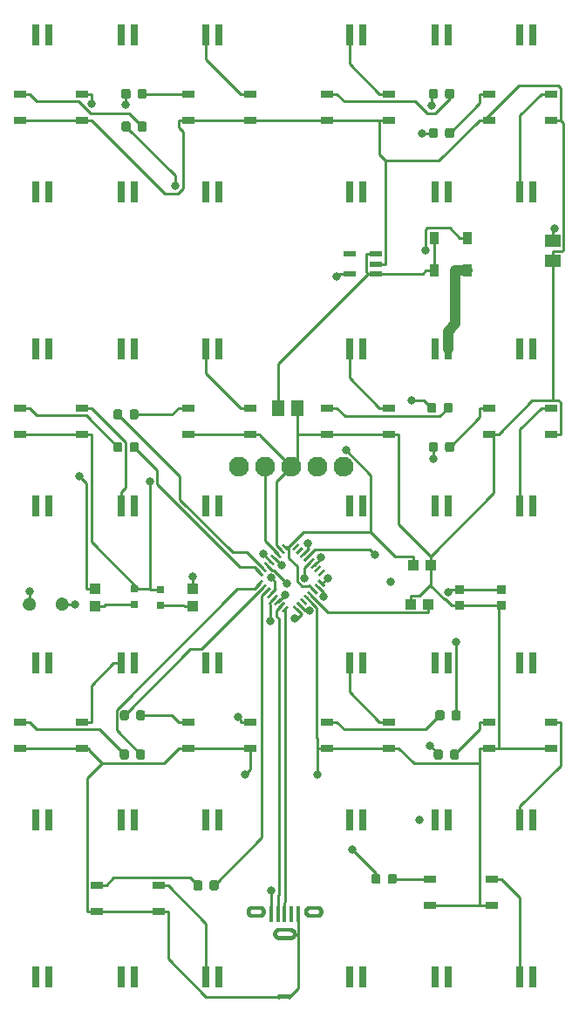
<source format=gbr>
G04 #@! TF.GenerationSoftware,KiCad,Pcbnew,(5.1.5)-3*
G04 #@! TF.CreationDate,2020-03-07T08:42:06-06:00*
G04 #@! TF.ProjectId,DSKY_alarm,44534b59-5f61-46c6-9172-6d2e6b696361,4*
G04 #@! TF.SameCoordinates,Original*
G04 #@! TF.FileFunction,Copper,L1,Top*
G04 #@! TF.FilePolarity,Positive*
%FSLAX46Y46*%
G04 Gerber Fmt 4.6, Leading zero omitted, Abs format (unit mm)*
G04 Created by KiCad (PCBNEW (5.1.5)-3) date 2020-03-07 08:42:06*
%MOMM*%
%LPD*%
G04 APERTURE LIST*
%ADD10C,0.100000*%
%ADD11C,0.001000*%
%ADD12C,0.500000*%
%ADD13R,0.100000X0.100000*%
%ADD14R,0.450000X1.500000*%
%ADD15R,0.800000X2.000000*%
%ADD16C,1.930400*%
%ADD17R,1.200000X0.800000*%
%ADD18R,1.200000X0.550000*%
%ADD19R,1.000000X1.075000*%
%ADD20R,0.900000X0.900000*%
%ADD21R,0.800000X0.800000*%
%ADD22R,0.910000X1.220000*%
%ADD23R,1.500000X1.240000*%
%ADD24R,1.075000X1.000000*%
%ADD25R,1.240000X1.500000*%
%ADD26C,0.800000*%
%ADD27C,0.250000*%
%ADD28C,0.249800*%
%ADD29C,1.041400*%
G04 APERTURE END LIST*
D10*
G36*
X108720000Y-146435000D02*
G01*
X109720000Y-146435000D01*
X109720000Y-146935000D01*
X108720000Y-146935000D01*
X108720000Y-146435000D01*
G37*
D11*
G36*
X111420000Y-138430000D02*
G01*
X111420343Y-138443084D01*
X111421370Y-138456132D01*
X111423078Y-138469109D01*
X111425463Y-138481978D01*
X111428519Y-138494705D01*
X111432236Y-138507254D01*
X111436605Y-138519592D01*
X111441614Y-138531684D01*
X111447248Y-138543498D01*
X111453494Y-138555000D01*
X111460332Y-138566160D01*
X111467746Y-138576946D01*
X111475714Y-138587330D01*
X111484214Y-138597283D01*
X111493223Y-138606777D01*
X111502717Y-138615786D01*
X111512670Y-138624286D01*
X111523054Y-138632254D01*
X111533840Y-138639668D01*
X111545000Y-138646506D01*
X111556502Y-138652752D01*
X111568316Y-138658386D01*
X111580408Y-138663395D01*
X111592746Y-138667764D01*
X111605295Y-138671481D01*
X111618022Y-138674537D01*
X111630891Y-138676922D01*
X111643868Y-138678630D01*
X111656916Y-138679657D01*
X111670000Y-138680000D01*
X112370000Y-138680000D01*
X112383084Y-138679657D01*
X112396132Y-138678630D01*
X112409109Y-138676922D01*
X112421978Y-138674537D01*
X112434705Y-138671481D01*
X112447254Y-138667764D01*
X112459592Y-138663395D01*
X112471684Y-138658386D01*
X112483498Y-138652752D01*
X112495000Y-138646506D01*
X112506160Y-138639668D01*
X112516946Y-138632254D01*
X112527330Y-138624286D01*
X112537283Y-138615786D01*
X112546777Y-138606777D01*
X112555786Y-138597283D01*
X112564286Y-138587330D01*
X112572254Y-138576946D01*
X112579668Y-138566160D01*
X112586506Y-138555000D01*
X112592752Y-138543498D01*
X112598386Y-138531684D01*
X112603395Y-138519592D01*
X112607764Y-138507254D01*
X112611481Y-138494705D01*
X112614537Y-138481978D01*
X112616922Y-138469109D01*
X112618630Y-138456132D01*
X112619657Y-138443084D01*
X112620000Y-138430000D01*
X112619657Y-138416916D01*
X112618630Y-138403868D01*
X112616922Y-138390891D01*
X112614537Y-138378022D01*
X112611481Y-138365295D01*
X112607764Y-138352746D01*
X112603395Y-138340408D01*
X112598386Y-138328316D01*
X112592752Y-138316502D01*
X112586506Y-138305000D01*
X112579668Y-138293840D01*
X112572254Y-138283054D01*
X112564286Y-138272670D01*
X112555786Y-138262717D01*
X112546777Y-138253223D01*
X112537283Y-138244214D01*
X112527330Y-138235714D01*
X112516946Y-138227746D01*
X112506160Y-138220332D01*
X112495000Y-138213494D01*
X112483498Y-138207248D01*
X112471684Y-138201614D01*
X112459592Y-138196605D01*
X112447254Y-138192236D01*
X112434705Y-138188519D01*
X112421978Y-138185463D01*
X112409109Y-138183078D01*
X112396132Y-138181370D01*
X112383084Y-138180343D01*
X112370000Y-138180000D01*
X112025000Y-138180000D01*
X112025000Y-137880000D01*
X112370000Y-137880000D01*
X112398785Y-137880754D01*
X112427491Y-137883013D01*
X112456039Y-137886771D01*
X112484351Y-137892019D01*
X112512350Y-137898741D01*
X112539959Y-137906919D01*
X112567102Y-137916531D01*
X112593705Y-137927550D01*
X112619695Y-137939946D01*
X112645000Y-137953686D01*
X112669551Y-137968731D01*
X112693282Y-137985041D01*
X112716126Y-138002570D01*
X112738022Y-138021270D01*
X112758909Y-138041091D01*
X112778730Y-138061978D01*
X112797430Y-138083874D01*
X112814959Y-138106718D01*
X112831269Y-138130449D01*
X112846314Y-138155000D01*
X112860054Y-138180305D01*
X112872450Y-138206295D01*
X112883469Y-138232898D01*
X112893081Y-138260041D01*
X112901259Y-138287650D01*
X112907981Y-138315649D01*
X112913229Y-138343961D01*
X112916987Y-138372509D01*
X112919246Y-138401215D01*
X112920000Y-138430000D01*
X112919246Y-138458785D01*
X112916987Y-138487491D01*
X112913229Y-138516039D01*
X112907981Y-138544351D01*
X112901259Y-138572350D01*
X112893081Y-138599959D01*
X112883469Y-138627102D01*
X112872450Y-138653705D01*
X112860054Y-138679695D01*
X112846314Y-138705000D01*
X112831269Y-138729551D01*
X112814959Y-138753282D01*
X112797430Y-138776126D01*
X112778730Y-138798022D01*
X112758909Y-138818909D01*
X112738022Y-138838730D01*
X112716126Y-138857430D01*
X112693282Y-138874959D01*
X112669551Y-138891269D01*
X112645000Y-138906314D01*
X112619695Y-138920054D01*
X112593705Y-138932450D01*
X112567102Y-138943469D01*
X112539959Y-138953081D01*
X112512350Y-138961259D01*
X112484351Y-138967981D01*
X112456039Y-138973229D01*
X112427491Y-138976987D01*
X112398785Y-138979246D01*
X112370000Y-138980000D01*
X111670000Y-138980000D01*
X111641215Y-138979246D01*
X111612509Y-138976987D01*
X111583961Y-138973229D01*
X111555649Y-138967981D01*
X111527650Y-138961259D01*
X111500041Y-138953081D01*
X111472898Y-138943469D01*
X111446295Y-138932450D01*
X111420305Y-138920054D01*
X111395000Y-138906314D01*
X111370449Y-138891269D01*
X111346718Y-138874959D01*
X111323874Y-138857430D01*
X111301978Y-138838730D01*
X111281091Y-138818909D01*
X111261270Y-138798022D01*
X111242570Y-138776126D01*
X111225041Y-138753282D01*
X111208731Y-138729551D01*
X111193686Y-138705000D01*
X111179946Y-138679695D01*
X111167550Y-138653705D01*
X111156531Y-138627102D01*
X111146919Y-138599959D01*
X111138741Y-138572350D01*
X111132019Y-138544351D01*
X111126771Y-138516039D01*
X111123013Y-138487491D01*
X111120754Y-138458785D01*
X111120000Y-138430000D01*
X111120754Y-138401215D01*
X111123013Y-138372509D01*
X111126771Y-138343961D01*
X111132019Y-138315649D01*
X111138741Y-138287650D01*
X111146919Y-138260041D01*
X111156531Y-138232898D01*
X111167550Y-138206295D01*
X111179946Y-138180305D01*
X111193686Y-138155000D01*
X111208731Y-138130449D01*
X111225041Y-138106718D01*
X111242570Y-138083874D01*
X111261270Y-138061978D01*
X111281091Y-138041091D01*
X111301978Y-138021270D01*
X111323874Y-138002570D01*
X111346718Y-137985041D01*
X111370449Y-137968731D01*
X111395000Y-137953686D01*
X111420305Y-137939946D01*
X111446295Y-137927550D01*
X111472898Y-137916531D01*
X111500041Y-137906919D01*
X111527650Y-137898741D01*
X111555649Y-137892019D01*
X111583961Y-137886771D01*
X111612509Y-137883013D01*
X111641215Y-137880754D01*
X111670000Y-137880000D01*
X112020000Y-137880000D01*
X112020000Y-138180000D01*
X111670000Y-138180000D01*
X111656916Y-138180343D01*
X111643868Y-138181370D01*
X111630891Y-138183078D01*
X111618022Y-138185463D01*
X111605295Y-138188519D01*
X111592746Y-138192236D01*
X111580408Y-138196605D01*
X111568316Y-138201614D01*
X111556502Y-138207248D01*
X111545000Y-138213494D01*
X111533840Y-138220332D01*
X111523054Y-138227746D01*
X111512670Y-138235714D01*
X111502717Y-138244214D01*
X111493223Y-138253223D01*
X111484214Y-138262717D01*
X111475714Y-138272670D01*
X111467746Y-138283054D01*
X111460332Y-138293840D01*
X111453494Y-138305000D01*
X111447248Y-138316502D01*
X111441614Y-138328316D01*
X111436605Y-138340408D01*
X111432236Y-138352746D01*
X111428519Y-138365295D01*
X111425463Y-138378022D01*
X111423078Y-138390891D01*
X111421370Y-138403868D01*
X111420343Y-138416916D01*
X111420000Y-138430000D01*
G37*
X111420000Y-138430000D02*
X111420343Y-138443084D01*
X111421370Y-138456132D01*
X111423078Y-138469109D01*
X111425463Y-138481978D01*
X111428519Y-138494705D01*
X111432236Y-138507254D01*
X111436605Y-138519592D01*
X111441614Y-138531684D01*
X111447248Y-138543498D01*
X111453494Y-138555000D01*
X111460332Y-138566160D01*
X111467746Y-138576946D01*
X111475714Y-138587330D01*
X111484214Y-138597283D01*
X111493223Y-138606777D01*
X111502717Y-138615786D01*
X111512670Y-138624286D01*
X111523054Y-138632254D01*
X111533840Y-138639668D01*
X111545000Y-138646506D01*
X111556502Y-138652752D01*
X111568316Y-138658386D01*
X111580408Y-138663395D01*
X111592746Y-138667764D01*
X111605295Y-138671481D01*
X111618022Y-138674537D01*
X111630891Y-138676922D01*
X111643868Y-138678630D01*
X111656916Y-138679657D01*
X111670000Y-138680000D01*
X112370000Y-138680000D01*
X112383084Y-138679657D01*
X112396132Y-138678630D01*
X112409109Y-138676922D01*
X112421978Y-138674537D01*
X112434705Y-138671481D01*
X112447254Y-138667764D01*
X112459592Y-138663395D01*
X112471684Y-138658386D01*
X112483498Y-138652752D01*
X112495000Y-138646506D01*
X112506160Y-138639668D01*
X112516946Y-138632254D01*
X112527330Y-138624286D01*
X112537283Y-138615786D01*
X112546777Y-138606777D01*
X112555786Y-138597283D01*
X112564286Y-138587330D01*
X112572254Y-138576946D01*
X112579668Y-138566160D01*
X112586506Y-138555000D01*
X112592752Y-138543498D01*
X112598386Y-138531684D01*
X112603395Y-138519592D01*
X112607764Y-138507254D01*
X112611481Y-138494705D01*
X112614537Y-138481978D01*
X112616922Y-138469109D01*
X112618630Y-138456132D01*
X112619657Y-138443084D01*
X112620000Y-138430000D01*
X112619657Y-138416916D01*
X112618630Y-138403868D01*
X112616922Y-138390891D01*
X112614537Y-138378022D01*
X112611481Y-138365295D01*
X112607764Y-138352746D01*
X112603395Y-138340408D01*
X112598386Y-138328316D01*
X112592752Y-138316502D01*
X112586506Y-138305000D01*
X112579668Y-138293840D01*
X112572254Y-138283054D01*
X112564286Y-138272670D01*
X112555786Y-138262717D01*
X112546777Y-138253223D01*
X112537283Y-138244214D01*
X112527330Y-138235714D01*
X112516946Y-138227746D01*
X112506160Y-138220332D01*
X112495000Y-138213494D01*
X112483498Y-138207248D01*
X112471684Y-138201614D01*
X112459592Y-138196605D01*
X112447254Y-138192236D01*
X112434705Y-138188519D01*
X112421978Y-138185463D01*
X112409109Y-138183078D01*
X112396132Y-138181370D01*
X112383084Y-138180343D01*
X112370000Y-138180000D01*
X112025000Y-138180000D01*
X112025000Y-137880000D01*
X112370000Y-137880000D01*
X112398785Y-137880754D01*
X112427491Y-137883013D01*
X112456039Y-137886771D01*
X112484351Y-137892019D01*
X112512350Y-137898741D01*
X112539959Y-137906919D01*
X112567102Y-137916531D01*
X112593705Y-137927550D01*
X112619695Y-137939946D01*
X112645000Y-137953686D01*
X112669551Y-137968731D01*
X112693282Y-137985041D01*
X112716126Y-138002570D01*
X112738022Y-138021270D01*
X112758909Y-138041091D01*
X112778730Y-138061978D01*
X112797430Y-138083874D01*
X112814959Y-138106718D01*
X112831269Y-138130449D01*
X112846314Y-138155000D01*
X112860054Y-138180305D01*
X112872450Y-138206295D01*
X112883469Y-138232898D01*
X112893081Y-138260041D01*
X112901259Y-138287650D01*
X112907981Y-138315649D01*
X112913229Y-138343961D01*
X112916987Y-138372509D01*
X112919246Y-138401215D01*
X112920000Y-138430000D01*
X112919246Y-138458785D01*
X112916987Y-138487491D01*
X112913229Y-138516039D01*
X112907981Y-138544351D01*
X112901259Y-138572350D01*
X112893081Y-138599959D01*
X112883469Y-138627102D01*
X112872450Y-138653705D01*
X112860054Y-138679695D01*
X112846314Y-138705000D01*
X112831269Y-138729551D01*
X112814959Y-138753282D01*
X112797430Y-138776126D01*
X112778730Y-138798022D01*
X112758909Y-138818909D01*
X112738022Y-138838730D01*
X112716126Y-138857430D01*
X112693282Y-138874959D01*
X112669551Y-138891269D01*
X112645000Y-138906314D01*
X112619695Y-138920054D01*
X112593705Y-138932450D01*
X112567102Y-138943469D01*
X112539959Y-138953081D01*
X112512350Y-138961259D01*
X112484351Y-138967981D01*
X112456039Y-138973229D01*
X112427491Y-138976987D01*
X112398785Y-138979246D01*
X112370000Y-138980000D01*
X111670000Y-138980000D01*
X111641215Y-138979246D01*
X111612509Y-138976987D01*
X111583961Y-138973229D01*
X111555649Y-138967981D01*
X111527650Y-138961259D01*
X111500041Y-138953081D01*
X111472898Y-138943469D01*
X111446295Y-138932450D01*
X111420305Y-138920054D01*
X111395000Y-138906314D01*
X111370449Y-138891269D01*
X111346718Y-138874959D01*
X111323874Y-138857430D01*
X111301978Y-138838730D01*
X111281091Y-138818909D01*
X111261270Y-138798022D01*
X111242570Y-138776126D01*
X111225041Y-138753282D01*
X111208731Y-138729551D01*
X111193686Y-138705000D01*
X111179946Y-138679695D01*
X111167550Y-138653705D01*
X111156531Y-138627102D01*
X111146919Y-138599959D01*
X111138741Y-138572350D01*
X111132019Y-138544351D01*
X111126771Y-138516039D01*
X111123013Y-138487491D01*
X111120754Y-138458785D01*
X111120000Y-138430000D01*
X111120754Y-138401215D01*
X111123013Y-138372509D01*
X111126771Y-138343961D01*
X111132019Y-138315649D01*
X111138741Y-138287650D01*
X111146919Y-138260041D01*
X111156531Y-138232898D01*
X111167550Y-138206295D01*
X111179946Y-138180305D01*
X111193686Y-138155000D01*
X111208731Y-138130449D01*
X111225041Y-138106718D01*
X111242570Y-138083874D01*
X111261270Y-138061978D01*
X111281091Y-138041091D01*
X111301978Y-138021270D01*
X111323874Y-138002570D01*
X111346718Y-137985041D01*
X111370449Y-137968731D01*
X111395000Y-137953686D01*
X111420305Y-137939946D01*
X111446295Y-137927550D01*
X111472898Y-137916531D01*
X111500041Y-137906919D01*
X111527650Y-137898741D01*
X111555649Y-137892019D01*
X111583961Y-137886771D01*
X111612509Y-137883013D01*
X111641215Y-137880754D01*
X111670000Y-137880000D01*
X112020000Y-137880000D01*
X112020000Y-138180000D01*
X111670000Y-138180000D01*
X111656916Y-138180343D01*
X111643868Y-138181370D01*
X111630891Y-138183078D01*
X111618022Y-138185463D01*
X111605295Y-138188519D01*
X111592746Y-138192236D01*
X111580408Y-138196605D01*
X111568316Y-138201614D01*
X111556502Y-138207248D01*
X111545000Y-138213494D01*
X111533840Y-138220332D01*
X111523054Y-138227746D01*
X111512670Y-138235714D01*
X111502717Y-138244214D01*
X111493223Y-138253223D01*
X111484214Y-138262717D01*
X111475714Y-138272670D01*
X111467746Y-138283054D01*
X111460332Y-138293840D01*
X111453494Y-138305000D01*
X111447248Y-138316502D01*
X111441614Y-138328316D01*
X111436605Y-138340408D01*
X111432236Y-138352746D01*
X111428519Y-138365295D01*
X111425463Y-138378022D01*
X111423078Y-138390891D01*
X111421370Y-138403868D01*
X111420343Y-138416916D01*
X111420000Y-138430000D01*
G36*
X105820000Y-138430000D02*
G01*
X105820343Y-138443084D01*
X105821370Y-138456132D01*
X105823078Y-138469109D01*
X105825463Y-138481978D01*
X105828519Y-138494705D01*
X105832236Y-138507254D01*
X105836605Y-138519592D01*
X105841614Y-138531684D01*
X105847248Y-138543498D01*
X105853494Y-138555000D01*
X105860332Y-138566160D01*
X105867746Y-138576946D01*
X105875714Y-138587330D01*
X105884214Y-138597283D01*
X105893223Y-138606777D01*
X105902717Y-138615786D01*
X105912670Y-138624286D01*
X105923054Y-138632254D01*
X105933840Y-138639668D01*
X105945000Y-138646506D01*
X105956502Y-138652752D01*
X105968316Y-138658386D01*
X105980408Y-138663395D01*
X105992746Y-138667764D01*
X106005295Y-138671481D01*
X106018022Y-138674537D01*
X106030891Y-138676922D01*
X106043868Y-138678630D01*
X106056916Y-138679657D01*
X106070000Y-138680000D01*
X106770000Y-138680000D01*
X106783084Y-138679657D01*
X106796132Y-138678630D01*
X106809109Y-138676922D01*
X106821978Y-138674537D01*
X106834705Y-138671481D01*
X106847254Y-138667764D01*
X106859592Y-138663395D01*
X106871684Y-138658386D01*
X106883498Y-138652752D01*
X106895000Y-138646506D01*
X106906160Y-138639668D01*
X106916946Y-138632254D01*
X106927330Y-138624286D01*
X106937283Y-138615786D01*
X106946777Y-138606777D01*
X106955786Y-138597283D01*
X106964286Y-138587330D01*
X106972254Y-138576946D01*
X106979668Y-138566160D01*
X106986506Y-138555000D01*
X106992752Y-138543498D01*
X106998386Y-138531684D01*
X107003395Y-138519592D01*
X107007764Y-138507254D01*
X107011481Y-138494705D01*
X107014537Y-138481978D01*
X107016922Y-138469109D01*
X107018630Y-138456132D01*
X107019657Y-138443084D01*
X107020000Y-138430000D01*
X107019657Y-138416916D01*
X107018630Y-138403868D01*
X107016922Y-138390891D01*
X107014537Y-138378022D01*
X107011481Y-138365295D01*
X107007764Y-138352746D01*
X107003395Y-138340408D01*
X106998386Y-138328316D01*
X106992752Y-138316502D01*
X106986506Y-138305000D01*
X106979668Y-138293840D01*
X106972254Y-138283054D01*
X106964286Y-138272670D01*
X106955786Y-138262717D01*
X106946777Y-138253223D01*
X106937283Y-138244214D01*
X106927330Y-138235714D01*
X106916946Y-138227746D01*
X106906160Y-138220332D01*
X106895000Y-138213494D01*
X106883498Y-138207248D01*
X106871684Y-138201614D01*
X106859592Y-138196605D01*
X106847254Y-138192236D01*
X106834705Y-138188519D01*
X106821978Y-138185463D01*
X106809109Y-138183078D01*
X106796132Y-138181370D01*
X106783084Y-138180343D01*
X106770000Y-138180000D01*
X106420000Y-138180000D01*
X106420000Y-137880000D01*
X106770000Y-137880000D01*
X106798785Y-137880754D01*
X106827491Y-137883013D01*
X106856039Y-137886771D01*
X106884351Y-137892019D01*
X106912350Y-137898741D01*
X106939959Y-137906919D01*
X106967102Y-137916531D01*
X106993705Y-137927550D01*
X107019695Y-137939946D01*
X107045000Y-137953686D01*
X107069551Y-137968731D01*
X107093282Y-137985041D01*
X107116126Y-138002570D01*
X107138022Y-138021270D01*
X107158909Y-138041091D01*
X107178730Y-138061978D01*
X107197430Y-138083874D01*
X107214959Y-138106718D01*
X107231269Y-138130449D01*
X107246314Y-138155000D01*
X107260054Y-138180305D01*
X107272450Y-138206295D01*
X107283469Y-138232898D01*
X107293081Y-138260041D01*
X107301259Y-138287650D01*
X107307981Y-138315649D01*
X107313229Y-138343961D01*
X107316987Y-138372509D01*
X107319246Y-138401215D01*
X107320000Y-138430000D01*
X107319246Y-138458785D01*
X107316987Y-138487491D01*
X107313229Y-138516039D01*
X107307981Y-138544351D01*
X107301259Y-138572350D01*
X107293081Y-138599959D01*
X107283469Y-138627102D01*
X107272450Y-138653705D01*
X107260054Y-138679695D01*
X107246314Y-138705000D01*
X107231269Y-138729551D01*
X107214959Y-138753282D01*
X107197430Y-138776126D01*
X107178730Y-138798022D01*
X107158909Y-138818909D01*
X107138022Y-138838730D01*
X107116126Y-138857430D01*
X107093282Y-138874959D01*
X107069551Y-138891269D01*
X107045000Y-138906314D01*
X107019695Y-138920054D01*
X106993705Y-138932450D01*
X106967102Y-138943469D01*
X106939959Y-138953081D01*
X106912350Y-138961259D01*
X106884351Y-138967981D01*
X106856039Y-138973229D01*
X106827491Y-138976987D01*
X106798785Y-138979246D01*
X106770000Y-138980000D01*
X106070000Y-138980000D01*
X106041215Y-138979246D01*
X106012509Y-138976987D01*
X105983961Y-138973229D01*
X105955649Y-138967981D01*
X105927650Y-138961259D01*
X105900041Y-138953081D01*
X105872898Y-138943469D01*
X105846295Y-138932450D01*
X105820305Y-138920054D01*
X105795000Y-138906314D01*
X105770449Y-138891269D01*
X105746718Y-138874959D01*
X105723874Y-138857430D01*
X105701978Y-138838730D01*
X105681091Y-138818909D01*
X105661270Y-138798022D01*
X105642570Y-138776126D01*
X105625041Y-138753282D01*
X105608731Y-138729551D01*
X105593686Y-138705000D01*
X105579946Y-138679695D01*
X105567550Y-138653705D01*
X105556531Y-138627102D01*
X105546919Y-138599959D01*
X105538741Y-138572350D01*
X105532019Y-138544351D01*
X105526771Y-138516039D01*
X105523013Y-138487491D01*
X105520754Y-138458785D01*
X105520000Y-138430000D01*
X105520754Y-138401215D01*
X105523013Y-138372509D01*
X105526771Y-138343961D01*
X105532019Y-138315649D01*
X105538741Y-138287650D01*
X105546919Y-138260041D01*
X105556531Y-138232898D01*
X105567550Y-138206295D01*
X105579946Y-138180305D01*
X105593686Y-138155000D01*
X105608731Y-138130449D01*
X105625041Y-138106718D01*
X105642570Y-138083874D01*
X105661270Y-138061978D01*
X105681091Y-138041091D01*
X105701978Y-138021270D01*
X105723874Y-138002570D01*
X105746718Y-137985041D01*
X105770449Y-137968731D01*
X105795000Y-137953686D01*
X105820305Y-137939946D01*
X105846295Y-137927550D01*
X105872898Y-137916531D01*
X105900041Y-137906919D01*
X105927650Y-137898741D01*
X105955649Y-137892019D01*
X105983961Y-137886771D01*
X106012509Y-137883013D01*
X106041215Y-137880754D01*
X106070000Y-137880000D01*
X106415000Y-137880000D01*
X106415000Y-138180000D01*
X106070000Y-138180000D01*
X106056916Y-138180343D01*
X106043868Y-138181370D01*
X106030891Y-138183078D01*
X106018022Y-138185463D01*
X106005295Y-138188519D01*
X105992746Y-138192236D01*
X105980408Y-138196605D01*
X105968316Y-138201614D01*
X105956502Y-138207248D01*
X105945000Y-138213494D01*
X105933840Y-138220332D01*
X105923054Y-138227746D01*
X105912670Y-138235714D01*
X105902717Y-138244214D01*
X105893223Y-138253223D01*
X105884214Y-138262717D01*
X105875714Y-138272670D01*
X105867746Y-138283054D01*
X105860332Y-138293840D01*
X105853494Y-138305000D01*
X105847248Y-138316502D01*
X105841614Y-138328316D01*
X105836605Y-138340408D01*
X105832236Y-138352746D01*
X105828519Y-138365295D01*
X105825463Y-138378022D01*
X105823078Y-138390891D01*
X105821370Y-138403868D01*
X105820343Y-138416916D01*
X105820000Y-138430000D01*
G37*
X105820000Y-138430000D02*
X105820343Y-138443084D01*
X105821370Y-138456132D01*
X105823078Y-138469109D01*
X105825463Y-138481978D01*
X105828519Y-138494705D01*
X105832236Y-138507254D01*
X105836605Y-138519592D01*
X105841614Y-138531684D01*
X105847248Y-138543498D01*
X105853494Y-138555000D01*
X105860332Y-138566160D01*
X105867746Y-138576946D01*
X105875714Y-138587330D01*
X105884214Y-138597283D01*
X105893223Y-138606777D01*
X105902717Y-138615786D01*
X105912670Y-138624286D01*
X105923054Y-138632254D01*
X105933840Y-138639668D01*
X105945000Y-138646506D01*
X105956502Y-138652752D01*
X105968316Y-138658386D01*
X105980408Y-138663395D01*
X105992746Y-138667764D01*
X106005295Y-138671481D01*
X106018022Y-138674537D01*
X106030891Y-138676922D01*
X106043868Y-138678630D01*
X106056916Y-138679657D01*
X106070000Y-138680000D01*
X106770000Y-138680000D01*
X106783084Y-138679657D01*
X106796132Y-138678630D01*
X106809109Y-138676922D01*
X106821978Y-138674537D01*
X106834705Y-138671481D01*
X106847254Y-138667764D01*
X106859592Y-138663395D01*
X106871684Y-138658386D01*
X106883498Y-138652752D01*
X106895000Y-138646506D01*
X106906160Y-138639668D01*
X106916946Y-138632254D01*
X106927330Y-138624286D01*
X106937283Y-138615786D01*
X106946777Y-138606777D01*
X106955786Y-138597283D01*
X106964286Y-138587330D01*
X106972254Y-138576946D01*
X106979668Y-138566160D01*
X106986506Y-138555000D01*
X106992752Y-138543498D01*
X106998386Y-138531684D01*
X107003395Y-138519592D01*
X107007764Y-138507254D01*
X107011481Y-138494705D01*
X107014537Y-138481978D01*
X107016922Y-138469109D01*
X107018630Y-138456132D01*
X107019657Y-138443084D01*
X107020000Y-138430000D01*
X107019657Y-138416916D01*
X107018630Y-138403868D01*
X107016922Y-138390891D01*
X107014537Y-138378022D01*
X107011481Y-138365295D01*
X107007764Y-138352746D01*
X107003395Y-138340408D01*
X106998386Y-138328316D01*
X106992752Y-138316502D01*
X106986506Y-138305000D01*
X106979668Y-138293840D01*
X106972254Y-138283054D01*
X106964286Y-138272670D01*
X106955786Y-138262717D01*
X106946777Y-138253223D01*
X106937283Y-138244214D01*
X106927330Y-138235714D01*
X106916946Y-138227746D01*
X106906160Y-138220332D01*
X106895000Y-138213494D01*
X106883498Y-138207248D01*
X106871684Y-138201614D01*
X106859592Y-138196605D01*
X106847254Y-138192236D01*
X106834705Y-138188519D01*
X106821978Y-138185463D01*
X106809109Y-138183078D01*
X106796132Y-138181370D01*
X106783084Y-138180343D01*
X106770000Y-138180000D01*
X106420000Y-138180000D01*
X106420000Y-137880000D01*
X106770000Y-137880000D01*
X106798785Y-137880754D01*
X106827491Y-137883013D01*
X106856039Y-137886771D01*
X106884351Y-137892019D01*
X106912350Y-137898741D01*
X106939959Y-137906919D01*
X106967102Y-137916531D01*
X106993705Y-137927550D01*
X107019695Y-137939946D01*
X107045000Y-137953686D01*
X107069551Y-137968731D01*
X107093282Y-137985041D01*
X107116126Y-138002570D01*
X107138022Y-138021270D01*
X107158909Y-138041091D01*
X107178730Y-138061978D01*
X107197430Y-138083874D01*
X107214959Y-138106718D01*
X107231269Y-138130449D01*
X107246314Y-138155000D01*
X107260054Y-138180305D01*
X107272450Y-138206295D01*
X107283469Y-138232898D01*
X107293081Y-138260041D01*
X107301259Y-138287650D01*
X107307981Y-138315649D01*
X107313229Y-138343961D01*
X107316987Y-138372509D01*
X107319246Y-138401215D01*
X107320000Y-138430000D01*
X107319246Y-138458785D01*
X107316987Y-138487491D01*
X107313229Y-138516039D01*
X107307981Y-138544351D01*
X107301259Y-138572350D01*
X107293081Y-138599959D01*
X107283469Y-138627102D01*
X107272450Y-138653705D01*
X107260054Y-138679695D01*
X107246314Y-138705000D01*
X107231269Y-138729551D01*
X107214959Y-138753282D01*
X107197430Y-138776126D01*
X107178730Y-138798022D01*
X107158909Y-138818909D01*
X107138022Y-138838730D01*
X107116126Y-138857430D01*
X107093282Y-138874959D01*
X107069551Y-138891269D01*
X107045000Y-138906314D01*
X107019695Y-138920054D01*
X106993705Y-138932450D01*
X106967102Y-138943469D01*
X106939959Y-138953081D01*
X106912350Y-138961259D01*
X106884351Y-138967981D01*
X106856039Y-138973229D01*
X106827491Y-138976987D01*
X106798785Y-138979246D01*
X106770000Y-138980000D01*
X106070000Y-138980000D01*
X106041215Y-138979246D01*
X106012509Y-138976987D01*
X105983961Y-138973229D01*
X105955649Y-138967981D01*
X105927650Y-138961259D01*
X105900041Y-138953081D01*
X105872898Y-138943469D01*
X105846295Y-138932450D01*
X105820305Y-138920054D01*
X105795000Y-138906314D01*
X105770449Y-138891269D01*
X105746718Y-138874959D01*
X105723874Y-138857430D01*
X105701978Y-138838730D01*
X105681091Y-138818909D01*
X105661270Y-138798022D01*
X105642570Y-138776126D01*
X105625041Y-138753282D01*
X105608731Y-138729551D01*
X105593686Y-138705000D01*
X105579946Y-138679695D01*
X105567550Y-138653705D01*
X105556531Y-138627102D01*
X105546919Y-138599959D01*
X105538741Y-138572350D01*
X105532019Y-138544351D01*
X105526771Y-138516039D01*
X105523013Y-138487491D01*
X105520754Y-138458785D01*
X105520000Y-138430000D01*
X105520754Y-138401215D01*
X105523013Y-138372509D01*
X105526771Y-138343961D01*
X105532019Y-138315649D01*
X105538741Y-138287650D01*
X105546919Y-138260041D01*
X105556531Y-138232898D01*
X105567550Y-138206295D01*
X105579946Y-138180305D01*
X105593686Y-138155000D01*
X105608731Y-138130449D01*
X105625041Y-138106718D01*
X105642570Y-138083874D01*
X105661270Y-138061978D01*
X105681091Y-138041091D01*
X105701978Y-138021270D01*
X105723874Y-138002570D01*
X105746718Y-137985041D01*
X105770449Y-137968731D01*
X105795000Y-137953686D01*
X105820305Y-137939946D01*
X105846295Y-137927550D01*
X105872898Y-137916531D01*
X105900041Y-137906919D01*
X105927650Y-137898741D01*
X105955649Y-137892019D01*
X105983961Y-137886771D01*
X106012509Y-137883013D01*
X106041215Y-137880754D01*
X106070000Y-137880000D01*
X106415000Y-137880000D01*
X106415000Y-138180000D01*
X106070000Y-138180000D01*
X106056916Y-138180343D01*
X106043868Y-138181370D01*
X106030891Y-138183078D01*
X106018022Y-138185463D01*
X106005295Y-138188519D01*
X105992746Y-138192236D01*
X105980408Y-138196605D01*
X105968316Y-138201614D01*
X105956502Y-138207248D01*
X105945000Y-138213494D01*
X105933840Y-138220332D01*
X105923054Y-138227746D01*
X105912670Y-138235714D01*
X105902717Y-138244214D01*
X105893223Y-138253223D01*
X105884214Y-138262717D01*
X105875714Y-138272670D01*
X105867746Y-138283054D01*
X105860332Y-138293840D01*
X105853494Y-138305000D01*
X105847248Y-138316502D01*
X105841614Y-138328316D01*
X105836605Y-138340408D01*
X105832236Y-138352746D01*
X105828519Y-138365295D01*
X105825463Y-138378022D01*
X105823078Y-138390891D01*
X105821370Y-138403868D01*
X105820343Y-138416916D01*
X105820000Y-138430000D01*
G36*
X109220000Y-140330000D02*
G01*
X109220000Y-140030000D01*
X108670000Y-140030000D01*
X108641215Y-140030754D01*
X108612509Y-140033013D01*
X108583961Y-140036771D01*
X108555649Y-140042019D01*
X108527650Y-140048741D01*
X108500041Y-140056919D01*
X108472898Y-140066531D01*
X108446295Y-140077550D01*
X108420305Y-140089946D01*
X108395000Y-140103686D01*
X108370449Y-140118731D01*
X108346718Y-140135041D01*
X108323874Y-140152570D01*
X108301978Y-140171270D01*
X108281091Y-140191091D01*
X108261270Y-140211978D01*
X108242570Y-140233874D01*
X108225041Y-140256718D01*
X108208731Y-140280449D01*
X108193686Y-140305000D01*
X108179946Y-140330305D01*
X108167550Y-140356295D01*
X108156531Y-140382898D01*
X108146919Y-140410041D01*
X108138741Y-140437650D01*
X108132019Y-140465649D01*
X108126771Y-140493961D01*
X108123013Y-140522509D01*
X108120754Y-140551215D01*
X108120000Y-140580000D01*
X108120754Y-140608785D01*
X108123013Y-140637491D01*
X108126771Y-140666039D01*
X108132019Y-140694351D01*
X108138741Y-140722350D01*
X108146919Y-140749959D01*
X108156531Y-140777102D01*
X108167550Y-140803705D01*
X108179946Y-140829695D01*
X108193686Y-140855000D01*
X108208731Y-140879551D01*
X108225041Y-140903282D01*
X108242570Y-140926126D01*
X108261270Y-140948022D01*
X108281091Y-140968909D01*
X108301978Y-140988730D01*
X108323874Y-141007430D01*
X108346718Y-141024959D01*
X108370449Y-141041269D01*
X108395000Y-141056314D01*
X108420305Y-141070054D01*
X108446295Y-141082450D01*
X108472898Y-141093469D01*
X108500041Y-141103081D01*
X108527650Y-141111259D01*
X108555649Y-141117981D01*
X108583961Y-141123229D01*
X108612509Y-141126987D01*
X108641215Y-141129246D01*
X108670000Y-141130000D01*
X109770000Y-141130000D01*
X109798785Y-141129246D01*
X109827491Y-141126987D01*
X109856039Y-141123229D01*
X109884351Y-141117981D01*
X109912350Y-141111259D01*
X109939959Y-141103081D01*
X109967102Y-141093469D01*
X109993705Y-141082450D01*
X110019695Y-141070054D01*
X110045000Y-141056314D01*
X110069551Y-141041269D01*
X110093282Y-141024959D01*
X110116126Y-141007430D01*
X110138022Y-140988730D01*
X110158909Y-140968909D01*
X110178730Y-140948022D01*
X110197430Y-140926126D01*
X110214959Y-140903282D01*
X110231269Y-140879551D01*
X110246314Y-140855000D01*
X110260054Y-140829695D01*
X110272450Y-140803705D01*
X110283469Y-140777102D01*
X110293081Y-140749959D01*
X110301259Y-140722350D01*
X110307981Y-140694351D01*
X110313229Y-140666039D01*
X110316987Y-140637491D01*
X110319246Y-140608785D01*
X110320000Y-140580000D01*
X110319246Y-140551215D01*
X110316987Y-140522509D01*
X110313229Y-140493961D01*
X110307981Y-140465649D01*
X110301259Y-140437650D01*
X110293081Y-140410041D01*
X110283469Y-140382898D01*
X110272450Y-140356295D01*
X110260054Y-140330305D01*
X110246314Y-140305000D01*
X110231269Y-140280449D01*
X110214959Y-140256718D01*
X110197430Y-140233874D01*
X110178730Y-140211978D01*
X110158909Y-140191091D01*
X110138022Y-140171270D01*
X110116126Y-140152570D01*
X110093282Y-140135041D01*
X110069551Y-140118731D01*
X110045000Y-140103686D01*
X110019695Y-140089946D01*
X109993705Y-140077550D01*
X109967102Y-140066531D01*
X109939959Y-140056919D01*
X109912350Y-140048741D01*
X109884351Y-140042019D01*
X109856039Y-140036771D01*
X109827491Y-140033013D01*
X109798785Y-140030754D01*
X109770000Y-140030000D01*
X109230000Y-140030000D01*
X109230000Y-140330000D01*
X109770000Y-140330000D01*
X109783084Y-140330343D01*
X109796132Y-140331370D01*
X109809109Y-140333078D01*
X109821978Y-140335463D01*
X109834705Y-140338519D01*
X109847254Y-140342236D01*
X109859592Y-140346605D01*
X109871684Y-140351614D01*
X109883498Y-140357248D01*
X109895000Y-140363494D01*
X109906160Y-140370332D01*
X109916946Y-140377746D01*
X109927330Y-140385714D01*
X109937283Y-140394214D01*
X109946777Y-140403223D01*
X109955786Y-140412717D01*
X109964286Y-140422670D01*
X109972254Y-140433054D01*
X109979668Y-140443840D01*
X109986506Y-140455000D01*
X109992752Y-140466502D01*
X109998386Y-140478316D01*
X110003395Y-140490408D01*
X110007764Y-140502746D01*
X110011481Y-140515295D01*
X110014537Y-140528022D01*
X110016922Y-140540891D01*
X110018630Y-140553868D01*
X110019657Y-140566916D01*
X110020000Y-140580000D01*
X110019657Y-140593084D01*
X110018630Y-140606132D01*
X110016922Y-140619109D01*
X110014537Y-140631978D01*
X110011481Y-140644705D01*
X110007764Y-140657254D01*
X110003395Y-140669592D01*
X109998386Y-140681684D01*
X109992752Y-140693498D01*
X109986506Y-140705000D01*
X109979668Y-140716160D01*
X109972254Y-140726946D01*
X109964286Y-140737330D01*
X109955786Y-140747283D01*
X109946777Y-140756777D01*
X109937283Y-140765786D01*
X109927330Y-140774286D01*
X109916946Y-140782254D01*
X109906160Y-140789668D01*
X109895000Y-140796506D01*
X109883498Y-140802752D01*
X109871684Y-140808386D01*
X109859592Y-140813395D01*
X109847254Y-140817764D01*
X109834705Y-140821481D01*
X109821978Y-140824537D01*
X109809109Y-140826922D01*
X109796132Y-140828630D01*
X109783084Y-140829657D01*
X109770000Y-140830000D01*
X108670000Y-140830000D01*
X108656916Y-140829657D01*
X108643868Y-140828630D01*
X108630891Y-140826922D01*
X108618022Y-140824537D01*
X108605295Y-140821481D01*
X108592746Y-140817764D01*
X108580408Y-140813395D01*
X108568316Y-140808386D01*
X108556502Y-140802752D01*
X108545000Y-140796506D01*
X108533840Y-140789668D01*
X108523054Y-140782254D01*
X108512670Y-140774286D01*
X108502717Y-140765786D01*
X108493223Y-140756777D01*
X108484214Y-140747283D01*
X108475714Y-140737330D01*
X108467746Y-140726946D01*
X108460332Y-140716160D01*
X108453494Y-140705000D01*
X108447248Y-140693498D01*
X108441614Y-140681684D01*
X108436605Y-140669592D01*
X108432236Y-140657254D01*
X108428519Y-140644705D01*
X108425463Y-140631978D01*
X108423078Y-140619109D01*
X108421370Y-140606132D01*
X108420343Y-140593084D01*
X108420000Y-140580000D01*
X108420343Y-140566916D01*
X108421370Y-140553868D01*
X108423078Y-140540891D01*
X108425463Y-140528022D01*
X108428519Y-140515295D01*
X108432236Y-140502746D01*
X108436605Y-140490408D01*
X108441614Y-140478316D01*
X108447248Y-140466502D01*
X108453494Y-140455000D01*
X108460332Y-140443840D01*
X108467746Y-140433054D01*
X108475714Y-140422670D01*
X108484214Y-140412717D01*
X108493223Y-140403223D01*
X108502717Y-140394214D01*
X108512670Y-140385714D01*
X108523054Y-140377746D01*
X108533840Y-140370332D01*
X108545000Y-140363494D01*
X108556502Y-140357248D01*
X108568316Y-140351614D01*
X108580408Y-140346605D01*
X108592746Y-140342236D01*
X108605295Y-140338519D01*
X108618022Y-140335463D01*
X108630891Y-140333078D01*
X108643868Y-140331370D01*
X108656916Y-140330343D01*
X108670000Y-140330000D01*
X109220000Y-140330000D01*
G37*
X109220000Y-140330000D02*
X109220000Y-140030000D01*
X108670000Y-140030000D01*
X108641215Y-140030754D01*
X108612509Y-140033013D01*
X108583961Y-140036771D01*
X108555649Y-140042019D01*
X108527650Y-140048741D01*
X108500041Y-140056919D01*
X108472898Y-140066531D01*
X108446295Y-140077550D01*
X108420305Y-140089946D01*
X108395000Y-140103686D01*
X108370449Y-140118731D01*
X108346718Y-140135041D01*
X108323874Y-140152570D01*
X108301978Y-140171270D01*
X108281091Y-140191091D01*
X108261270Y-140211978D01*
X108242570Y-140233874D01*
X108225041Y-140256718D01*
X108208731Y-140280449D01*
X108193686Y-140305000D01*
X108179946Y-140330305D01*
X108167550Y-140356295D01*
X108156531Y-140382898D01*
X108146919Y-140410041D01*
X108138741Y-140437650D01*
X108132019Y-140465649D01*
X108126771Y-140493961D01*
X108123013Y-140522509D01*
X108120754Y-140551215D01*
X108120000Y-140580000D01*
X108120754Y-140608785D01*
X108123013Y-140637491D01*
X108126771Y-140666039D01*
X108132019Y-140694351D01*
X108138741Y-140722350D01*
X108146919Y-140749959D01*
X108156531Y-140777102D01*
X108167550Y-140803705D01*
X108179946Y-140829695D01*
X108193686Y-140855000D01*
X108208731Y-140879551D01*
X108225041Y-140903282D01*
X108242570Y-140926126D01*
X108261270Y-140948022D01*
X108281091Y-140968909D01*
X108301978Y-140988730D01*
X108323874Y-141007430D01*
X108346718Y-141024959D01*
X108370449Y-141041269D01*
X108395000Y-141056314D01*
X108420305Y-141070054D01*
X108446295Y-141082450D01*
X108472898Y-141093469D01*
X108500041Y-141103081D01*
X108527650Y-141111259D01*
X108555649Y-141117981D01*
X108583961Y-141123229D01*
X108612509Y-141126987D01*
X108641215Y-141129246D01*
X108670000Y-141130000D01*
X109770000Y-141130000D01*
X109798785Y-141129246D01*
X109827491Y-141126987D01*
X109856039Y-141123229D01*
X109884351Y-141117981D01*
X109912350Y-141111259D01*
X109939959Y-141103081D01*
X109967102Y-141093469D01*
X109993705Y-141082450D01*
X110019695Y-141070054D01*
X110045000Y-141056314D01*
X110069551Y-141041269D01*
X110093282Y-141024959D01*
X110116126Y-141007430D01*
X110138022Y-140988730D01*
X110158909Y-140968909D01*
X110178730Y-140948022D01*
X110197430Y-140926126D01*
X110214959Y-140903282D01*
X110231269Y-140879551D01*
X110246314Y-140855000D01*
X110260054Y-140829695D01*
X110272450Y-140803705D01*
X110283469Y-140777102D01*
X110293081Y-140749959D01*
X110301259Y-140722350D01*
X110307981Y-140694351D01*
X110313229Y-140666039D01*
X110316987Y-140637491D01*
X110319246Y-140608785D01*
X110320000Y-140580000D01*
X110319246Y-140551215D01*
X110316987Y-140522509D01*
X110313229Y-140493961D01*
X110307981Y-140465649D01*
X110301259Y-140437650D01*
X110293081Y-140410041D01*
X110283469Y-140382898D01*
X110272450Y-140356295D01*
X110260054Y-140330305D01*
X110246314Y-140305000D01*
X110231269Y-140280449D01*
X110214959Y-140256718D01*
X110197430Y-140233874D01*
X110178730Y-140211978D01*
X110158909Y-140191091D01*
X110138022Y-140171270D01*
X110116126Y-140152570D01*
X110093282Y-140135041D01*
X110069551Y-140118731D01*
X110045000Y-140103686D01*
X110019695Y-140089946D01*
X109993705Y-140077550D01*
X109967102Y-140066531D01*
X109939959Y-140056919D01*
X109912350Y-140048741D01*
X109884351Y-140042019D01*
X109856039Y-140036771D01*
X109827491Y-140033013D01*
X109798785Y-140030754D01*
X109770000Y-140030000D01*
X109230000Y-140030000D01*
X109230000Y-140330000D01*
X109770000Y-140330000D01*
X109783084Y-140330343D01*
X109796132Y-140331370D01*
X109809109Y-140333078D01*
X109821978Y-140335463D01*
X109834705Y-140338519D01*
X109847254Y-140342236D01*
X109859592Y-140346605D01*
X109871684Y-140351614D01*
X109883498Y-140357248D01*
X109895000Y-140363494D01*
X109906160Y-140370332D01*
X109916946Y-140377746D01*
X109927330Y-140385714D01*
X109937283Y-140394214D01*
X109946777Y-140403223D01*
X109955786Y-140412717D01*
X109964286Y-140422670D01*
X109972254Y-140433054D01*
X109979668Y-140443840D01*
X109986506Y-140455000D01*
X109992752Y-140466502D01*
X109998386Y-140478316D01*
X110003395Y-140490408D01*
X110007764Y-140502746D01*
X110011481Y-140515295D01*
X110014537Y-140528022D01*
X110016922Y-140540891D01*
X110018630Y-140553868D01*
X110019657Y-140566916D01*
X110020000Y-140580000D01*
X110019657Y-140593084D01*
X110018630Y-140606132D01*
X110016922Y-140619109D01*
X110014537Y-140631978D01*
X110011481Y-140644705D01*
X110007764Y-140657254D01*
X110003395Y-140669592D01*
X109998386Y-140681684D01*
X109992752Y-140693498D01*
X109986506Y-140705000D01*
X109979668Y-140716160D01*
X109972254Y-140726946D01*
X109964286Y-140737330D01*
X109955786Y-140747283D01*
X109946777Y-140756777D01*
X109937283Y-140765786D01*
X109927330Y-140774286D01*
X109916946Y-140782254D01*
X109906160Y-140789668D01*
X109895000Y-140796506D01*
X109883498Y-140802752D01*
X109871684Y-140808386D01*
X109859592Y-140813395D01*
X109847254Y-140817764D01*
X109834705Y-140821481D01*
X109821978Y-140824537D01*
X109809109Y-140826922D01*
X109796132Y-140828630D01*
X109783084Y-140829657D01*
X109770000Y-140830000D01*
X108670000Y-140830000D01*
X108656916Y-140829657D01*
X108643868Y-140828630D01*
X108630891Y-140826922D01*
X108618022Y-140824537D01*
X108605295Y-140821481D01*
X108592746Y-140817764D01*
X108580408Y-140813395D01*
X108568316Y-140808386D01*
X108556502Y-140802752D01*
X108545000Y-140796506D01*
X108533840Y-140789668D01*
X108523054Y-140782254D01*
X108512670Y-140774286D01*
X108502717Y-140765786D01*
X108493223Y-140756777D01*
X108484214Y-140747283D01*
X108475714Y-140737330D01*
X108467746Y-140726946D01*
X108460332Y-140716160D01*
X108453494Y-140705000D01*
X108447248Y-140693498D01*
X108441614Y-140681684D01*
X108436605Y-140669592D01*
X108432236Y-140657254D01*
X108428519Y-140644705D01*
X108425463Y-140631978D01*
X108423078Y-140619109D01*
X108421370Y-140606132D01*
X108420343Y-140593084D01*
X108420000Y-140580000D01*
X108420343Y-140566916D01*
X108421370Y-140553868D01*
X108423078Y-140540891D01*
X108425463Y-140528022D01*
X108428519Y-140515295D01*
X108432236Y-140502746D01*
X108436605Y-140490408D01*
X108441614Y-140478316D01*
X108447248Y-140466502D01*
X108453494Y-140455000D01*
X108460332Y-140443840D01*
X108467746Y-140433054D01*
X108475714Y-140422670D01*
X108484214Y-140412717D01*
X108493223Y-140403223D01*
X108502717Y-140394214D01*
X108512670Y-140385714D01*
X108523054Y-140377746D01*
X108533840Y-140370332D01*
X108545000Y-140363494D01*
X108556502Y-140357248D01*
X108568316Y-140351614D01*
X108580408Y-140346605D01*
X108592746Y-140342236D01*
X108605295Y-140338519D01*
X108618022Y-140335463D01*
X108630891Y-140333078D01*
X108643868Y-140331370D01*
X108656916Y-140330343D01*
X108670000Y-140330000D01*
X109220000Y-140330000D01*
D12*
X109720000Y-146685000D03*
X108720000Y-146685000D03*
D13*
X110170000Y-140580000D03*
X112770000Y-138430000D03*
X107170000Y-138430000D03*
D14*
X110520000Y-138680000D03*
X109870000Y-138680000D03*
X109220000Y-138680000D03*
X108570000Y-138680000D03*
X107920000Y-138680000D03*
D15*
X85090000Y-144780000D03*
X86360000Y-144780000D03*
X93345000Y-144780000D03*
X94615000Y-144780000D03*
X101600000Y-144780000D03*
X102870000Y-144780000D03*
X85090000Y-129540000D03*
X86360000Y-129540000D03*
X93345000Y-129540000D03*
X94615000Y-129540000D03*
X101600000Y-129540000D03*
X102870000Y-129540000D03*
X85090000Y-114300000D03*
X86360000Y-114300000D03*
X93345000Y-114300000D03*
X94615000Y-114300000D03*
X101600000Y-114300000D03*
X102870000Y-114300000D03*
X85090000Y-99060000D03*
X86360000Y-99060000D03*
X93345000Y-99060000D03*
X94615000Y-99060000D03*
X101600000Y-99060000D03*
X102870000Y-99060000D03*
X85090000Y-83820000D03*
X86360000Y-83820000D03*
X93345000Y-83820000D03*
X94615000Y-83820000D03*
X101600000Y-83820000D03*
X102870000Y-83820000D03*
X85090000Y-68580000D03*
X86360000Y-68580000D03*
X93345000Y-68580000D03*
X94615000Y-68580000D03*
X101600000Y-68580000D03*
X102870000Y-68580000D03*
X115570000Y-144780000D03*
X116840000Y-144780000D03*
X123825000Y-144780000D03*
X125095000Y-144780000D03*
X132080000Y-144780000D03*
X133350000Y-144780000D03*
X115570000Y-129540000D03*
X116840000Y-129540000D03*
X123825000Y-129540000D03*
X125095000Y-129540000D03*
X132080000Y-129540000D03*
X133350000Y-129540000D03*
X115570000Y-114300000D03*
X116840000Y-114300000D03*
X123825000Y-114300000D03*
X125095000Y-114300000D03*
X132080000Y-114300000D03*
X133350000Y-114300000D03*
X115570000Y-99060000D03*
X116840000Y-99060000D03*
X123825000Y-99060000D03*
X125095000Y-99060000D03*
X132080000Y-99060000D03*
X133350000Y-99060000D03*
X115570000Y-83820000D03*
X116840000Y-83820000D03*
X123825000Y-83820000D03*
X125095000Y-83820000D03*
X132080000Y-83820000D03*
X133350000Y-83820000D03*
X115570000Y-68580000D03*
X116840000Y-68580000D03*
X123825000Y-68580000D03*
X125095000Y-68580000D03*
X132080000Y-68580000D03*
X133350000Y-68580000D03*
X85090000Y-53340000D03*
X86360000Y-53340000D03*
X93345000Y-53340000D03*
X94615000Y-53340000D03*
X101600000Y-53340000D03*
X102870000Y-53340000D03*
X115570000Y-53340000D03*
X116840000Y-53340000D03*
X123825000Y-53340000D03*
X125095000Y-53340000D03*
X132080000Y-53340000D03*
X133350000Y-53340000D03*
D16*
X114935000Y-95250000D03*
X112395000Y-95250000D03*
X109855000Y-95250000D03*
X107315000Y-95250000D03*
X104775000Y-95250000D03*
D17*
X96980000Y-138430000D03*
X90980000Y-138430000D03*
X90980000Y-135890000D03*
X96980000Y-135890000D03*
X105870000Y-122555000D03*
X99870000Y-122555000D03*
X99870000Y-120015000D03*
X105870000Y-120015000D03*
X89535000Y-122555000D03*
X83535000Y-122555000D03*
X83535000Y-120015000D03*
X89535000Y-120015000D03*
X89535000Y-92075000D03*
X83535000Y-92075000D03*
X83535000Y-89535000D03*
X89535000Y-89535000D03*
X105870000Y-92075000D03*
X99870000Y-92075000D03*
X99870000Y-89535000D03*
X105870000Y-89535000D03*
X89535000Y-61595000D03*
X83535000Y-61595000D03*
X83535000Y-59055000D03*
X89535000Y-59055000D03*
X105870000Y-61595000D03*
X99870000Y-61595000D03*
X99870000Y-59055000D03*
X105870000Y-59055000D03*
X129365000Y-137795000D03*
X123365000Y-137795000D03*
X123365000Y-135255000D03*
X129365000Y-135255000D03*
X135080000Y-122555000D03*
X129080000Y-122555000D03*
X129080000Y-120015000D03*
X135080000Y-120015000D03*
X119380000Y-122555000D03*
X113380000Y-122555000D03*
X113380000Y-120015000D03*
X119380000Y-120015000D03*
X135080000Y-92075000D03*
X129080000Y-92075000D03*
X129080000Y-89535000D03*
X135080000Y-89535000D03*
X119380000Y-92075000D03*
X113380000Y-92075000D03*
X113380000Y-89535000D03*
X119380000Y-89535000D03*
X135080000Y-61595000D03*
X129080000Y-61595000D03*
X129080000Y-59055000D03*
X135080000Y-59055000D03*
X119380000Y-61595000D03*
X113380000Y-61595000D03*
X113380000Y-59055000D03*
X119380000Y-59055000D03*
G04 #@! TA.AperFunction,SMDPad,CuDef*
D10*
G36*
X101052691Y-135416053D02*
G01*
X101073926Y-135419203D01*
X101094750Y-135424419D01*
X101114962Y-135431651D01*
X101134368Y-135440830D01*
X101152781Y-135451866D01*
X101170024Y-135464654D01*
X101185930Y-135479070D01*
X101200346Y-135494976D01*
X101213134Y-135512219D01*
X101224170Y-135530632D01*
X101233349Y-135550038D01*
X101240581Y-135570250D01*
X101245797Y-135591074D01*
X101248947Y-135612309D01*
X101250000Y-135633750D01*
X101250000Y-136146250D01*
X101248947Y-136167691D01*
X101245797Y-136188926D01*
X101240581Y-136209750D01*
X101233349Y-136229962D01*
X101224170Y-136249368D01*
X101213134Y-136267781D01*
X101200346Y-136285024D01*
X101185930Y-136300930D01*
X101170024Y-136315346D01*
X101152781Y-136328134D01*
X101134368Y-136339170D01*
X101114962Y-136348349D01*
X101094750Y-136355581D01*
X101073926Y-136360797D01*
X101052691Y-136363947D01*
X101031250Y-136365000D01*
X100593750Y-136365000D01*
X100572309Y-136363947D01*
X100551074Y-136360797D01*
X100530250Y-136355581D01*
X100510038Y-136348349D01*
X100490632Y-136339170D01*
X100472219Y-136328134D01*
X100454976Y-136315346D01*
X100439070Y-136300930D01*
X100424654Y-136285024D01*
X100411866Y-136267781D01*
X100400830Y-136249368D01*
X100391651Y-136229962D01*
X100384419Y-136209750D01*
X100379203Y-136188926D01*
X100376053Y-136167691D01*
X100375000Y-136146250D01*
X100375000Y-135633750D01*
X100376053Y-135612309D01*
X100379203Y-135591074D01*
X100384419Y-135570250D01*
X100391651Y-135550038D01*
X100400830Y-135530632D01*
X100411866Y-135512219D01*
X100424654Y-135494976D01*
X100439070Y-135479070D01*
X100454976Y-135464654D01*
X100472219Y-135451866D01*
X100490632Y-135440830D01*
X100510038Y-135431651D01*
X100530250Y-135424419D01*
X100551074Y-135419203D01*
X100572309Y-135416053D01*
X100593750Y-135415000D01*
X101031250Y-135415000D01*
X101052691Y-135416053D01*
G37*
G04 #@! TD.AperFunction*
G04 #@! TA.AperFunction,SMDPad,CuDef*
G36*
X102627691Y-135416053D02*
G01*
X102648926Y-135419203D01*
X102669750Y-135424419D01*
X102689962Y-135431651D01*
X102709368Y-135440830D01*
X102727781Y-135451866D01*
X102745024Y-135464654D01*
X102760930Y-135479070D01*
X102775346Y-135494976D01*
X102788134Y-135512219D01*
X102799170Y-135530632D01*
X102808349Y-135550038D01*
X102815581Y-135570250D01*
X102820797Y-135591074D01*
X102823947Y-135612309D01*
X102825000Y-135633750D01*
X102825000Y-136146250D01*
X102823947Y-136167691D01*
X102820797Y-136188926D01*
X102815581Y-136209750D01*
X102808349Y-136229962D01*
X102799170Y-136249368D01*
X102788134Y-136267781D01*
X102775346Y-136285024D01*
X102760930Y-136300930D01*
X102745024Y-136315346D01*
X102727781Y-136328134D01*
X102709368Y-136339170D01*
X102689962Y-136348349D01*
X102669750Y-136355581D01*
X102648926Y-136360797D01*
X102627691Y-136363947D01*
X102606250Y-136365000D01*
X102168750Y-136365000D01*
X102147309Y-136363947D01*
X102126074Y-136360797D01*
X102105250Y-136355581D01*
X102085038Y-136348349D01*
X102065632Y-136339170D01*
X102047219Y-136328134D01*
X102029976Y-136315346D01*
X102014070Y-136300930D01*
X101999654Y-136285024D01*
X101986866Y-136267781D01*
X101975830Y-136249368D01*
X101966651Y-136229962D01*
X101959419Y-136209750D01*
X101954203Y-136188926D01*
X101951053Y-136167691D01*
X101950000Y-136146250D01*
X101950000Y-135633750D01*
X101951053Y-135612309D01*
X101954203Y-135591074D01*
X101959419Y-135570250D01*
X101966651Y-135550038D01*
X101975830Y-135530632D01*
X101986866Y-135512219D01*
X101999654Y-135494976D01*
X102014070Y-135479070D01*
X102029976Y-135464654D01*
X102047219Y-135451866D01*
X102065632Y-135440830D01*
X102085038Y-135431651D01*
X102105250Y-135424419D01*
X102126074Y-135419203D01*
X102147309Y-135416053D01*
X102168750Y-135415000D01*
X102606250Y-135415000D01*
X102627691Y-135416053D01*
G37*
G04 #@! TD.AperFunction*
G04 #@! TA.AperFunction,SMDPad,CuDef*
G36*
X95490191Y-118906053D02*
G01*
X95511426Y-118909203D01*
X95532250Y-118914419D01*
X95552462Y-118921651D01*
X95571868Y-118930830D01*
X95590281Y-118941866D01*
X95607524Y-118954654D01*
X95623430Y-118969070D01*
X95637846Y-118984976D01*
X95650634Y-119002219D01*
X95661670Y-119020632D01*
X95670849Y-119040038D01*
X95678081Y-119060250D01*
X95683297Y-119081074D01*
X95686447Y-119102309D01*
X95687500Y-119123750D01*
X95687500Y-119636250D01*
X95686447Y-119657691D01*
X95683297Y-119678926D01*
X95678081Y-119699750D01*
X95670849Y-119719962D01*
X95661670Y-119739368D01*
X95650634Y-119757781D01*
X95637846Y-119775024D01*
X95623430Y-119790930D01*
X95607524Y-119805346D01*
X95590281Y-119818134D01*
X95571868Y-119829170D01*
X95552462Y-119838349D01*
X95532250Y-119845581D01*
X95511426Y-119850797D01*
X95490191Y-119853947D01*
X95468750Y-119855000D01*
X95031250Y-119855000D01*
X95009809Y-119853947D01*
X94988574Y-119850797D01*
X94967750Y-119845581D01*
X94947538Y-119838349D01*
X94928132Y-119829170D01*
X94909719Y-119818134D01*
X94892476Y-119805346D01*
X94876570Y-119790930D01*
X94862154Y-119775024D01*
X94849366Y-119757781D01*
X94838330Y-119739368D01*
X94829151Y-119719962D01*
X94821919Y-119699750D01*
X94816703Y-119678926D01*
X94813553Y-119657691D01*
X94812500Y-119636250D01*
X94812500Y-119123750D01*
X94813553Y-119102309D01*
X94816703Y-119081074D01*
X94821919Y-119060250D01*
X94829151Y-119040038D01*
X94838330Y-119020632D01*
X94849366Y-119002219D01*
X94862154Y-118984976D01*
X94876570Y-118969070D01*
X94892476Y-118954654D01*
X94909719Y-118941866D01*
X94928132Y-118930830D01*
X94947538Y-118921651D01*
X94967750Y-118914419D01*
X94988574Y-118909203D01*
X95009809Y-118906053D01*
X95031250Y-118905000D01*
X95468750Y-118905000D01*
X95490191Y-118906053D01*
G37*
G04 #@! TD.AperFunction*
G04 #@! TA.AperFunction,SMDPad,CuDef*
G36*
X93915191Y-118906053D02*
G01*
X93936426Y-118909203D01*
X93957250Y-118914419D01*
X93977462Y-118921651D01*
X93996868Y-118930830D01*
X94015281Y-118941866D01*
X94032524Y-118954654D01*
X94048430Y-118969070D01*
X94062846Y-118984976D01*
X94075634Y-119002219D01*
X94086670Y-119020632D01*
X94095849Y-119040038D01*
X94103081Y-119060250D01*
X94108297Y-119081074D01*
X94111447Y-119102309D01*
X94112500Y-119123750D01*
X94112500Y-119636250D01*
X94111447Y-119657691D01*
X94108297Y-119678926D01*
X94103081Y-119699750D01*
X94095849Y-119719962D01*
X94086670Y-119739368D01*
X94075634Y-119757781D01*
X94062846Y-119775024D01*
X94048430Y-119790930D01*
X94032524Y-119805346D01*
X94015281Y-119818134D01*
X93996868Y-119829170D01*
X93977462Y-119838349D01*
X93957250Y-119845581D01*
X93936426Y-119850797D01*
X93915191Y-119853947D01*
X93893750Y-119855000D01*
X93456250Y-119855000D01*
X93434809Y-119853947D01*
X93413574Y-119850797D01*
X93392750Y-119845581D01*
X93372538Y-119838349D01*
X93353132Y-119829170D01*
X93334719Y-119818134D01*
X93317476Y-119805346D01*
X93301570Y-119790930D01*
X93287154Y-119775024D01*
X93274366Y-119757781D01*
X93263330Y-119739368D01*
X93254151Y-119719962D01*
X93246919Y-119699750D01*
X93241703Y-119678926D01*
X93238553Y-119657691D01*
X93237500Y-119636250D01*
X93237500Y-119123750D01*
X93238553Y-119102309D01*
X93241703Y-119081074D01*
X93246919Y-119060250D01*
X93254151Y-119040038D01*
X93263330Y-119020632D01*
X93274366Y-119002219D01*
X93287154Y-118984976D01*
X93301570Y-118969070D01*
X93317476Y-118954654D01*
X93334719Y-118941866D01*
X93353132Y-118930830D01*
X93372538Y-118921651D01*
X93392750Y-118914419D01*
X93413574Y-118909203D01*
X93434809Y-118906053D01*
X93456250Y-118905000D01*
X93893750Y-118905000D01*
X93915191Y-118906053D01*
G37*
G04 #@! TD.AperFunction*
G04 #@! TA.AperFunction,SMDPad,CuDef*
G36*
X93915191Y-122716053D02*
G01*
X93936426Y-122719203D01*
X93957250Y-122724419D01*
X93977462Y-122731651D01*
X93996868Y-122740830D01*
X94015281Y-122751866D01*
X94032524Y-122764654D01*
X94048430Y-122779070D01*
X94062846Y-122794976D01*
X94075634Y-122812219D01*
X94086670Y-122830632D01*
X94095849Y-122850038D01*
X94103081Y-122870250D01*
X94108297Y-122891074D01*
X94111447Y-122912309D01*
X94112500Y-122933750D01*
X94112500Y-123446250D01*
X94111447Y-123467691D01*
X94108297Y-123488926D01*
X94103081Y-123509750D01*
X94095849Y-123529962D01*
X94086670Y-123549368D01*
X94075634Y-123567781D01*
X94062846Y-123585024D01*
X94048430Y-123600930D01*
X94032524Y-123615346D01*
X94015281Y-123628134D01*
X93996868Y-123639170D01*
X93977462Y-123648349D01*
X93957250Y-123655581D01*
X93936426Y-123660797D01*
X93915191Y-123663947D01*
X93893750Y-123665000D01*
X93456250Y-123665000D01*
X93434809Y-123663947D01*
X93413574Y-123660797D01*
X93392750Y-123655581D01*
X93372538Y-123648349D01*
X93353132Y-123639170D01*
X93334719Y-123628134D01*
X93317476Y-123615346D01*
X93301570Y-123600930D01*
X93287154Y-123585024D01*
X93274366Y-123567781D01*
X93263330Y-123549368D01*
X93254151Y-123529962D01*
X93246919Y-123509750D01*
X93241703Y-123488926D01*
X93238553Y-123467691D01*
X93237500Y-123446250D01*
X93237500Y-122933750D01*
X93238553Y-122912309D01*
X93241703Y-122891074D01*
X93246919Y-122870250D01*
X93254151Y-122850038D01*
X93263330Y-122830632D01*
X93274366Y-122812219D01*
X93287154Y-122794976D01*
X93301570Y-122779070D01*
X93317476Y-122764654D01*
X93334719Y-122751866D01*
X93353132Y-122740830D01*
X93372538Y-122731651D01*
X93392750Y-122724419D01*
X93413574Y-122719203D01*
X93434809Y-122716053D01*
X93456250Y-122715000D01*
X93893750Y-122715000D01*
X93915191Y-122716053D01*
G37*
G04 #@! TD.AperFunction*
G04 #@! TA.AperFunction,SMDPad,CuDef*
G36*
X95490191Y-122716053D02*
G01*
X95511426Y-122719203D01*
X95532250Y-122724419D01*
X95552462Y-122731651D01*
X95571868Y-122740830D01*
X95590281Y-122751866D01*
X95607524Y-122764654D01*
X95623430Y-122779070D01*
X95637846Y-122794976D01*
X95650634Y-122812219D01*
X95661670Y-122830632D01*
X95670849Y-122850038D01*
X95678081Y-122870250D01*
X95683297Y-122891074D01*
X95686447Y-122912309D01*
X95687500Y-122933750D01*
X95687500Y-123446250D01*
X95686447Y-123467691D01*
X95683297Y-123488926D01*
X95678081Y-123509750D01*
X95670849Y-123529962D01*
X95661670Y-123549368D01*
X95650634Y-123567781D01*
X95637846Y-123585024D01*
X95623430Y-123600930D01*
X95607524Y-123615346D01*
X95590281Y-123628134D01*
X95571868Y-123639170D01*
X95552462Y-123648349D01*
X95532250Y-123655581D01*
X95511426Y-123660797D01*
X95490191Y-123663947D01*
X95468750Y-123665000D01*
X95031250Y-123665000D01*
X95009809Y-123663947D01*
X94988574Y-123660797D01*
X94967750Y-123655581D01*
X94947538Y-123648349D01*
X94928132Y-123639170D01*
X94909719Y-123628134D01*
X94892476Y-123615346D01*
X94876570Y-123600930D01*
X94862154Y-123585024D01*
X94849366Y-123567781D01*
X94838330Y-123549368D01*
X94829151Y-123529962D01*
X94821919Y-123509750D01*
X94816703Y-123488926D01*
X94813553Y-123467691D01*
X94812500Y-123446250D01*
X94812500Y-122933750D01*
X94813553Y-122912309D01*
X94816703Y-122891074D01*
X94821919Y-122870250D01*
X94829151Y-122850038D01*
X94838330Y-122830632D01*
X94849366Y-122812219D01*
X94862154Y-122794976D01*
X94876570Y-122779070D01*
X94892476Y-122764654D01*
X94909719Y-122751866D01*
X94928132Y-122740830D01*
X94947538Y-122731651D01*
X94967750Y-122724419D01*
X94988574Y-122719203D01*
X95009809Y-122716053D01*
X95031250Y-122715000D01*
X95468750Y-122715000D01*
X95490191Y-122716053D01*
G37*
G04 #@! TD.AperFunction*
G04 #@! TA.AperFunction,SMDPad,CuDef*
G36*
X93280191Y-92871053D02*
G01*
X93301426Y-92874203D01*
X93322250Y-92879419D01*
X93342462Y-92886651D01*
X93361868Y-92895830D01*
X93380281Y-92906866D01*
X93397524Y-92919654D01*
X93413430Y-92934070D01*
X93427846Y-92949976D01*
X93440634Y-92967219D01*
X93451670Y-92985632D01*
X93460849Y-93005038D01*
X93468081Y-93025250D01*
X93473297Y-93046074D01*
X93476447Y-93067309D01*
X93477500Y-93088750D01*
X93477500Y-93601250D01*
X93476447Y-93622691D01*
X93473297Y-93643926D01*
X93468081Y-93664750D01*
X93460849Y-93684962D01*
X93451670Y-93704368D01*
X93440634Y-93722781D01*
X93427846Y-93740024D01*
X93413430Y-93755930D01*
X93397524Y-93770346D01*
X93380281Y-93783134D01*
X93361868Y-93794170D01*
X93342462Y-93803349D01*
X93322250Y-93810581D01*
X93301426Y-93815797D01*
X93280191Y-93818947D01*
X93258750Y-93820000D01*
X92821250Y-93820000D01*
X92799809Y-93818947D01*
X92778574Y-93815797D01*
X92757750Y-93810581D01*
X92737538Y-93803349D01*
X92718132Y-93794170D01*
X92699719Y-93783134D01*
X92682476Y-93770346D01*
X92666570Y-93755930D01*
X92652154Y-93740024D01*
X92639366Y-93722781D01*
X92628330Y-93704368D01*
X92619151Y-93684962D01*
X92611919Y-93664750D01*
X92606703Y-93643926D01*
X92603553Y-93622691D01*
X92602500Y-93601250D01*
X92602500Y-93088750D01*
X92603553Y-93067309D01*
X92606703Y-93046074D01*
X92611919Y-93025250D01*
X92619151Y-93005038D01*
X92628330Y-92985632D01*
X92639366Y-92967219D01*
X92652154Y-92949976D01*
X92666570Y-92934070D01*
X92682476Y-92919654D01*
X92699719Y-92906866D01*
X92718132Y-92895830D01*
X92737538Y-92886651D01*
X92757750Y-92879419D01*
X92778574Y-92874203D01*
X92799809Y-92871053D01*
X92821250Y-92870000D01*
X93258750Y-92870000D01*
X93280191Y-92871053D01*
G37*
G04 #@! TD.AperFunction*
G04 #@! TA.AperFunction,SMDPad,CuDef*
G36*
X94855191Y-92871053D02*
G01*
X94876426Y-92874203D01*
X94897250Y-92879419D01*
X94917462Y-92886651D01*
X94936868Y-92895830D01*
X94955281Y-92906866D01*
X94972524Y-92919654D01*
X94988430Y-92934070D01*
X95002846Y-92949976D01*
X95015634Y-92967219D01*
X95026670Y-92985632D01*
X95035849Y-93005038D01*
X95043081Y-93025250D01*
X95048297Y-93046074D01*
X95051447Y-93067309D01*
X95052500Y-93088750D01*
X95052500Y-93601250D01*
X95051447Y-93622691D01*
X95048297Y-93643926D01*
X95043081Y-93664750D01*
X95035849Y-93684962D01*
X95026670Y-93704368D01*
X95015634Y-93722781D01*
X95002846Y-93740024D01*
X94988430Y-93755930D01*
X94972524Y-93770346D01*
X94955281Y-93783134D01*
X94936868Y-93794170D01*
X94917462Y-93803349D01*
X94897250Y-93810581D01*
X94876426Y-93815797D01*
X94855191Y-93818947D01*
X94833750Y-93820000D01*
X94396250Y-93820000D01*
X94374809Y-93818947D01*
X94353574Y-93815797D01*
X94332750Y-93810581D01*
X94312538Y-93803349D01*
X94293132Y-93794170D01*
X94274719Y-93783134D01*
X94257476Y-93770346D01*
X94241570Y-93755930D01*
X94227154Y-93740024D01*
X94214366Y-93722781D01*
X94203330Y-93704368D01*
X94194151Y-93684962D01*
X94186919Y-93664750D01*
X94181703Y-93643926D01*
X94178553Y-93622691D01*
X94177500Y-93601250D01*
X94177500Y-93088750D01*
X94178553Y-93067309D01*
X94181703Y-93046074D01*
X94186919Y-93025250D01*
X94194151Y-93005038D01*
X94203330Y-92985632D01*
X94214366Y-92967219D01*
X94227154Y-92949976D01*
X94241570Y-92934070D01*
X94257476Y-92919654D01*
X94274719Y-92906866D01*
X94293132Y-92895830D01*
X94312538Y-92886651D01*
X94332750Y-92879419D01*
X94353574Y-92874203D01*
X94374809Y-92871053D01*
X94396250Y-92870000D01*
X94833750Y-92870000D01*
X94855191Y-92871053D01*
G37*
G04 #@! TD.AperFunction*
G04 #@! TA.AperFunction,SMDPad,CuDef*
G36*
X94855191Y-89696053D02*
G01*
X94876426Y-89699203D01*
X94897250Y-89704419D01*
X94917462Y-89711651D01*
X94936868Y-89720830D01*
X94955281Y-89731866D01*
X94972524Y-89744654D01*
X94988430Y-89759070D01*
X95002846Y-89774976D01*
X95015634Y-89792219D01*
X95026670Y-89810632D01*
X95035849Y-89830038D01*
X95043081Y-89850250D01*
X95048297Y-89871074D01*
X95051447Y-89892309D01*
X95052500Y-89913750D01*
X95052500Y-90426250D01*
X95051447Y-90447691D01*
X95048297Y-90468926D01*
X95043081Y-90489750D01*
X95035849Y-90509962D01*
X95026670Y-90529368D01*
X95015634Y-90547781D01*
X95002846Y-90565024D01*
X94988430Y-90580930D01*
X94972524Y-90595346D01*
X94955281Y-90608134D01*
X94936868Y-90619170D01*
X94917462Y-90628349D01*
X94897250Y-90635581D01*
X94876426Y-90640797D01*
X94855191Y-90643947D01*
X94833750Y-90645000D01*
X94396250Y-90645000D01*
X94374809Y-90643947D01*
X94353574Y-90640797D01*
X94332750Y-90635581D01*
X94312538Y-90628349D01*
X94293132Y-90619170D01*
X94274719Y-90608134D01*
X94257476Y-90595346D01*
X94241570Y-90580930D01*
X94227154Y-90565024D01*
X94214366Y-90547781D01*
X94203330Y-90529368D01*
X94194151Y-90509962D01*
X94186919Y-90489750D01*
X94181703Y-90468926D01*
X94178553Y-90447691D01*
X94177500Y-90426250D01*
X94177500Y-89913750D01*
X94178553Y-89892309D01*
X94181703Y-89871074D01*
X94186919Y-89850250D01*
X94194151Y-89830038D01*
X94203330Y-89810632D01*
X94214366Y-89792219D01*
X94227154Y-89774976D01*
X94241570Y-89759070D01*
X94257476Y-89744654D01*
X94274719Y-89731866D01*
X94293132Y-89720830D01*
X94312538Y-89711651D01*
X94332750Y-89704419D01*
X94353574Y-89699203D01*
X94374809Y-89696053D01*
X94396250Y-89695000D01*
X94833750Y-89695000D01*
X94855191Y-89696053D01*
G37*
G04 #@! TD.AperFunction*
G04 #@! TA.AperFunction,SMDPad,CuDef*
G36*
X93280191Y-89696053D02*
G01*
X93301426Y-89699203D01*
X93322250Y-89704419D01*
X93342462Y-89711651D01*
X93361868Y-89720830D01*
X93380281Y-89731866D01*
X93397524Y-89744654D01*
X93413430Y-89759070D01*
X93427846Y-89774976D01*
X93440634Y-89792219D01*
X93451670Y-89810632D01*
X93460849Y-89830038D01*
X93468081Y-89850250D01*
X93473297Y-89871074D01*
X93476447Y-89892309D01*
X93477500Y-89913750D01*
X93477500Y-90426250D01*
X93476447Y-90447691D01*
X93473297Y-90468926D01*
X93468081Y-90489750D01*
X93460849Y-90509962D01*
X93451670Y-90529368D01*
X93440634Y-90547781D01*
X93427846Y-90565024D01*
X93413430Y-90580930D01*
X93397524Y-90595346D01*
X93380281Y-90608134D01*
X93361868Y-90619170D01*
X93342462Y-90628349D01*
X93322250Y-90635581D01*
X93301426Y-90640797D01*
X93280191Y-90643947D01*
X93258750Y-90645000D01*
X92821250Y-90645000D01*
X92799809Y-90643947D01*
X92778574Y-90640797D01*
X92757750Y-90635581D01*
X92737538Y-90628349D01*
X92718132Y-90619170D01*
X92699719Y-90608134D01*
X92682476Y-90595346D01*
X92666570Y-90580930D01*
X92652154Y-90565024D01*
X92639366Y-90547781D01*
X92628330Y-90529368D01*
X92619151Y-90509962D01*
X92611919Y-90489750D01*
X92606703Y-90468926D01*
X92603553Y-90447691D01*
X92602500Y-90426250D01*
X92602500Y-89913750D01*
X92603553Y-89892309D01*
X92606703Y-89871074D01*
X92611919Y-89850250D01*
X92619151Y-89830038D01*
X92628330Y-89810632D01*
X92639366Y-89792219D01*
X92652154Y-89774976D01*
X92666570Y-89759070D01*
X92682476Y-89744654D01*
X92699719Y-89731866D01*
X92718132Y-89720830D01*
X92737538Y-89711651D01*
X92757750Y-89704419D01*
X92778574Y-89699203D01*
X92799809Y-89696053D01*
X92821250Y-89695000D01*
X93258750Y-89695000D01*
X93280191Y-89696053D01*
G37*
G04 #@! TD.AperFunction*
G04 #@! TA.AperFunction,SMDPad,CuDef*
G36*
X95642691Y-61756053D02*
G01*
X95663926Y-61759203D01*
X95684750Y-61764419D01*
X95704962Y-61771651D01*
X95724368Y-61780830D01*
X95742781Y-61791866D01*
X95760024Y-61804654D01*
X95775930Y-61819070D01*
X95790346Y-61834976D01*
X95803134Y-61852219D01*
X95814170Y-61870632D01*
X95823349Y-61890038D01*
X95830581Y-61910250D01*
X95835797Y-61931074D01*
X95838947Y-61952309D01*
X95840000Y-61973750D01*
X95840000Y-62486250D01*
X95838947Y-62507691D01*
X95835797Y-62528926D01*
X95830581Y-62549750D01*
X95823349Y-62569962D01*
X95814170Y-62589368D01*
X95803134Y-62607781D01*
X95790346Y-62625024D01*
X95775930Y-62640930D01*
X95760024Y-62655346D01*
X95742781Y-62668134D01*
X95724368Y-62679170D01*
X95704962Y-62688349D01*
X95684750Y-62695581D01*
X95663926Y-62700797D01*
X95642691Y-62703947D01*
X95621250Y-62705000D01*
X95183750Y-62705000D01*
X95162309Y-62703947D01*
X95141074Y-62700797D01*
X95120250Y-62695581D01*
X95100038Y-62688349D01*
X95080632Y-62679170D01*
X95062219Y-62668134D01*
X95044976Y-62655346D01*
X95029070Y-62640930D01*
X95014654Y-62625024D01*
X95001866Y-62607781D01*
X94990830Y-62589368D01*
X94981651Y-62569962D01*
X94974419Y-62549750D01*
X94969203Y-62528926D01*
X94966053Y-62507691D01*
X94965000Y-62486250D01*
X94965000Y-61973750D01*
X94966053Y-61952309D01*
X94969203Y-61931074D01*
X94974419Y-61910250D01*
X94981651Y-61890038D01*
X94990830Y-61870632D01*
X95001866Y-61852219D01*
X95014654Y-61834976D01*
X95029070Y-61819070D01*
X95044976Y-61804654D01*
X95062219Y-61791866D01*
X95080632Y-61780830D01*
X95100038Y-61771651D01*
X95120250Y-61764419D01*
X95141074Y-61759203D01*
X95162309Y-61756053D01*
X95183750Y-61755000D01*
X95621250Y-61755000D01*
X95642691Y-61756053D01*
G37*
G04 #@! TD.AperFunction*
G04 #@! TA.AperFunction,SMDPad,CuDef*
G36*
X94067691Y-61756053D02*
G01*
X94088926Y-61759203D01*
X94109750Y-61764419D01*
X94129962Y-61771651D01*
X94149368Y-61780830D01*
X94167781Y-61791866D01*
X94185024Y-61804654D01*
X94200930Y-61819070D01*
X94215346Y-61834976D01*
X94228134Y-61852219D01*
X94239170Y-61870632D01*
X94248349Y-61890038D01*
X94255581Y-61910250D01*
X94260797Y-61931074D01*
X94263947Y-61952309D01*
X94265000Y-61973750D01*
X94265000Y-62486250D01*
X94263947Y-62507691D01*
X94260797Y-62528926D01*
X94255581Y-62549750D01*
X94248349Y-62569962D01*
X94239170Y-62589368D01*
X94228134Y-62607781D01*
X94215346Y-62625024D01*
X94200930Y-62640930D01*
X94185024Y-62655346D01*
X94167781Y-62668134D01*
X94149368Y-62679170D01*
X94129962Y-62688349D01*
X94109750Y-62695581D01*
X94088926Y-62700797D01*
X94067691Y-62703947D01*
X94046250Y-62705000D01*
X93608750Y-62705000D01*
X93587309Y-62703947D01*
X93566074Y-62700797D01*
X93545250Y-62695581D01*
X93525038Y-62688349D01*
X93505632Y-62679170D01*
X93487219Y-62668134D01*
X93469976Y-62655346D01*
X93454070Y-62640930D01*
X93439654Y-62625024D01*
X93426866Y-62607781D01*
X93415830Y-62589368D01*
X93406651Y-62569962D01*
X93399419Y-62549750D01*
X93394203Y-62528926D01*
X93391053Y-62507691D01*
X93390000Y-62486250D01*
X93390000Y-61973750D01*
X93391053Y-61952309D01*
X93394203Y-61931074D01*
X93399419Y-61910250D01*
X93406651Y-61890038D01*
X93415830Y-61870632D01*
X93426866Y-61852219D01*
X93439654Y-61834976D01*
X93454070Y-61819070D01*
X93469976Y-61804654D01*
X93487219Y-61791866D01*
X93505632Y-61780830D01*
X93525038Y-61771651D01*
X93545250Y-61764419D01*
X93566074Y-61759203D01*
X93587309Y-61756053D01*
X93608750Y-61755000D01*
X94046250Y-61755000D01*
X94067691Y-61756053D01*
G37*
G04 #@! TD.AperFunction*
G04 #@! TA.AperFunction,SMDPad,CuDef*
G36*
X95642691Y-58581053D02*
G01*
X95663926Y-58584203D01*
X95684750Y-58589419D01*
X95704962Y-58596651D01*
X95724368Y-58605830D01*
X95742781Y-58616866D01*
X95760024Y-58629654D01*
X95775930Y-58644070D01*
X95790346Y-58659976D01*
X95803134Y-58677219D01*
X95814170Y-58695632D01*
X95823349Y-58715038D01*
X95830581Y-58735250D01*
X95835797Y-58756074D01*
X95838947Y-58777309D01*
X95840000Y-58798750D01*
X95840000Y-59311250D01*
X95838947Y-59332691D01*
X95835797Y-59353926D01*
X95830581Y-59374750D01*
X95823349Y-59394962D01*
X95814170Y-59414368D01*
X95803134Y-59432781D01*
X95790346Y-59450024D01*
X95775930Y-59465930D01*
X95760024Y-59480346D01*
X95742781Y-59493134D01*
X95724368Y-59504170D01*
X95704962Y-59513349D01*
X95684750Y-59520581D01*
X95663926Y-59525797D01*
X95642691Y-59528947D01*
X95621250Y-59530000D01*
X95183750Y-59530000D01*
X95162309Y-59528947D01*
X95141074Y-59525797D01*
X95120250Y-59520581D01*
X95100038Y-59513349D01*
X95080632Y-59504170D01*
X95062219Y-59493134D01*
X95044976Y-59480346D01*
X95029070Y-59465930D01*
X95014654Y-59450024D01*
X95001866Y-59432781D01*
X94990830Y-59414368D01*
X94981651Y-59394962D01*
X94974419Y-59374750D01*
X94969203Y-59353926D01*
X94966053Y-59332691D01*
X94965000Y-59311250D01*
X94965000Y-58798750D01*
X94966053Y-58777309D01*
X94969203Y-58756074D01*
X94974419Y-58735250D01*
X94981651Y-58715038D01*
X94990830Y-58695632D01*
X95001866Y-58677219D01*
X95014654Y-58659976D01*
X95029070Y-58644070D01*
X95044976Y-58629654D01*
X95062219Y-58616866D01*
X95080632Y-58605830D01*
X95100038Y-58596651D01*
X95120250Y-58589419D01*
X95141074Y-58584203D01*
X95162309Y-58581053D01*
X95183750Y-58580000D01*
X95621250Y-58580000D01*
X95642691Y-58581053D01*
G37*
G04 #@! TD.AperFunction*
G04 #@! TA.AperFunction,SMDPad,CuDef*
G36*
X94067691Y-58581053D02*
G01*
X94088926Y-58584203D01*
X94109750Y-58589419D01*
X94129962Y-58596651D01*
X94149368Y-58605830D01*
X94167781Y-58616866D01*
X94185024Y-58629654D01*
X94200930Y-58644070D01*
X94215346Y-58659976D01*
X94228134Y-58677219D01*
X94239170Y-58695632D01*
X94248349Y-58715038D01*
X94255581Y-58735250D01*
X94260797Y-58756074D01*
X94263947Y-58777309D01*
X94265000Y-58798750D01*
X94265000Y-59311250D01*
X94263947Y-59332691D01*
X94260797Y-59353926D01*
X94255581Y-59374750D01*
X94248349Y-59394962D01*
X94239170Y-59414368D01*
X94228134Y-59432781D01*
X94215346Y-59450024D01*
X94200930Y-59465930D01*
X94185024Y-59480346D01*
X94167781Y-59493134D01*
X94149368Y-59504170D01*
X94129962Y-59513349D01*
X94109750Y-59520581D01*
X94088926Y-59525797D01*
X94067691Y-59528947D01*
X94046250Y-59530000D01*
X93608750Y-59530000D01*
X93587309Y-59528947D01*
X93566074Y-59525797D01*
X93545250Y-59520581D01*
X93525038Y-59513349D01*
X93505632Y-59504170D01*
X93487219Y-59493134D01*
X93469976Y-59480346D01*
X93454070Y-59465930D01*
X93439654Y-59450024D01*
X93426866Y-59432781D01*
X93415830Y-59414368D01*
X93406651Y-59394962D01*
X93399419Y-59374750D01*
X93394203Y-59353926D01*
X93391053Y-59332691D01*
X93390000Y-59311250D01*
X93390000Y-58798750D01*
X93391053Y-58777309D01*
X93394203Y-58756074D01*
X93399419Y-58735250D01*
X93406651Y-58715038D01*
X93415830Y-58695632D01*
X93426866Y-58677219D01*
X93439654Y-58659976D01*
X93454070Y-58644070D01*
X93469976Y-58629654D01*
X93487219Y-58616866D01*
X93505632Y-58605830D01*
X93525038Y-58596651D01*
X93545250Y-58589419D01*
X93566074Y-58584203D01*
X93587309Y-58581053D01*
X93608750Y-58580000D01*
X94046250Y-58580000D01*
X94067691Y-58581053D01*
G37*
G04 #@! TD.AperFunction*
G04 #@! TA.AperFunction,SMDPad,CuDef*
G36*
X119924691Y-134781053D02*
G01*
X119945926Y-134784203D01*
X119966750Y-134789419D01*
X119986962Y-134796651D01*
X120006368Y-134805830D01*
X120024781Y-134816866D01*
X120042024Y-134829654D01*
X120057930Y-134844070D01*
X120072346Y-134859976D01*
X120085134Y-134877219D01*
X120096170Y-134895632D01*
X120105349Y-134915038D01*
X120112581Y-134935250D01*
X120117797Y-134956074D01*
X120120947Y-134977309D01*
X120122000Y-134998750D01*
X120122000Y-135511250D01*
X120120947Y-135532691D01*
X120117797Y-135553926D01*
X120112581Y-135574750D01*
X120105349Y-135594962D01*
X120096170Y-135614368D01*
X120085134Y-135632781D01*
X120072346Y-135650024D01*
X120057930Y-135665930D01*
X120042024Y-135680346D01*
X120024781Y-135693134D01*
X120006368Y-135704170D01*
X119986962Y-135713349D01*
X119966750Y-135720581D01*
X119945926Y-135725797D01*
X119924691Y-135728947D01*
X119903250Y-135730000D01*
X119465750Y-135730000D01*
X119444309Y-135728947D01*
X119423074Y-135725797D01*
X119402250Y-135720581D01*
X119382038Y-135713349D01*
X119362632Y-135704170D01*
X119344219Y-135693134D01*
X119326976Y-135680346D01*
X119311070Y-135665930D01*
X119296654Y-135650024D01*
X119283866Y-135632781D01*
X119272830Y-135614368D01*
X119263651Y-135594962D01*
X119256419Y-135574750D01*
X119251203Y-135553926D01*
X119248053Y-135532691D01*
X119247000Y-135511250D01*
X119247000Y-134998750D01*
X119248053Y-134977309D01*
X119251203Y-134956074D01*
X119256419Y-134935250D01*
X119263651Y-134915038D01*
X119272830Y-134895632D01*
X119283866Y-134877219D01*
X119296654Y-134859976D01*
X119311070Y-134844070D01*
X119326976Y-134829654D01*
X119344219Y-134816866D01*
X119362632Y-134805830D01*
X119382038Y-134796651D01*
X119402250Y-134789419D01*
X119423074Y-134784203D01*
X119444309Y-134781053D01*
X119465750Y-134780000D01*
X119903250Y-134780000D01*
X119924691Y-134781053D01*
G37*
G04 #@! TD.AperFunction*
G04 #@! TA.AperFunction,SMDPad,CuDef*
G36*
X118349691Y-134781053D02*
G01*
X118370926Y-134784203D01*
X118391750Y-134789419D01*
X118411962Y-134796651D01*
X118431368Y-134805830D01*
X118449781Y-134816866D01*
X118467024Y-134829654D01*
X118482930Y-134844070D01*
X118497346Y-134859976D01*
X118510134Y-134877219D01*
X118521170Y-134895632D01*
X118530349Y-134915038D01*
X118537581Y-134935250D01*
X118542797Y-134956074D01*
X118545947Y-134977309D01*
X118547000Y-134998750D01*
X118547000Y-135511250D01*
X118545947Y-135532691D01*
X118542797Y-135553926D01*
X118537581Y-135574750D01*
X118530349Y-135594962D01*
X118521170Y-135614368D01*
X118510134Y-135632781D01*
X118497346Y-135650024D01*
X118482930Y-135665930D01*
X118467024Y-135680346D01*
X118449781Y-135693134D01*
X118431368Y-135704170D01*
X118411962Y-135713349D01*
X118391750Y-135720581D01*
X118370926Y-135725797D01*
X118349691Y-135728947D01*
X118328250Y-135730000D01*
X117890750Y-135730000D01*
X117869309Y-135728947D01*
X117848074Y-135725797D01*
X117827250Y-135720581D01*
X117807038Y-135713349D01*
X117787632Y-135704170D01*
X117769219Y-135693134D01*
X117751976Y-135680346D01*
X117736070Y-135665930D01*
X117721654Y-135650024D01*
X117708866Y-135632781D01*
X117697830Y-135614368D01*
X117688651Y-135594962D01*
X117681419Y-135574750D01*
X117676203Y-135553926D01*
X117673053Y-135532691D01*
X117672000Y-135511250D01*
X117672000Y-134998750D01*
X117673053Y-134977309D01*
X117676203Y-134956074D01*
X117681419Y-134935250D01*
X117688651Y-134915038D01*
X117697830Y-134895632D01*
X117708866Y-134877219D01*
X117721654Y-134859976D01*
X117736070Y-134844070D01*
X117751976Y-134829654D01*
X117769219Y-134816866D01*
X117787632Y-134805830D01*
X117807038Y-134796651D01*
X117827250Y-134789419D01*
X117848074Y-134784203D01*
X117869309Y-134781053D01*
X117890750Y-134780000D01*
X118328250Y-134780000D01*
X118349691Y-134781053D01*
G37*
G04 #@! TD.AperFunction*
G04 #@! TA.AperFunction,SMDPad,CuDef*
G36*
X125969691Y-122716053D02*
G01*
X125990926Y-122719203D01*
X126011750Y-122724419D01*
X126031962Y-122731651D01*
X126051368Y-122740830D01*
X126069781Y-122751866D01*
X126087024Y-122764654D01*
X126102930Y-122779070D01*
X126117346Y-122794976D01*
X126130134Y-122812219D01*
X126141170Y-122830632D01*
X126150349Y-122850038D01*
X126157581Y-122870250D01*
X126162797Y-122891074D01*
X126165947Y-122912309D01*
X126167000Y-122933750D01*
X126167000Y-123446250D01*
X126165947Y-123467691D01*
X126162797Y-123488926D01*
X126157581Y-123509750D01*
X126150349Y-123529962D01*
X126141170Y-123549368D01*
X126130134Y-123567781D01*
X126117346Y-123585024D01*
X126102930Y-123600930D01*
X126087024Y-123615346D01*
X126069781Y-123628134D01*
X126051368Y-123639170D01*
X126031962Y-123648349D01*
X126011750Y-123655581D01*
X125990926Y-123660797D01*
X125969691Y-123663947D01*
X125948250Y-123665000D01*
X125510750Y-123665000D01*
X125489309Y-123663947D01*
X125468074Y-123660797D01*
X125447250Y-123655581D01*
X125427038Y-123648349D01*
X125407632Y-123639170D01*
X125389219Y-123628134D01*
X125371976Y-123615346D01*
X125356070Y-123600930D01*
X125341654Y-123585024D01*
X125328866Y-123567781D01*
X125317830Y-123549368D01*
X125308651Y-123529962D01*
X125301419Y-123509750D01*
X125296203Y-123488926D01*
X125293053Y-123467691D01*
X125292000Y-123446250D01*
X125292000Y-122933750D01*
X125293053Y-122912309D01*
X125296203Y-122891074D01*
X125301419Y-122870250D01*
X125308651Y-122850038D01*
X125317830Y-122830632D01*
X125328866Y-122812219D01*
X125341654Y-122794976D01*
X125356070Y-122779070D01*
X125371976Y-122764654D01*
X125389219Y-122751866D01*
X125407632Y-122740830D01*
X125427038Y-122731651D01*
X125447250Y-122724419D01*
X125468074Y-122719203D01*
X125489309Y-122716053D01*
X125510750Y-122715000D01*
X125948250Y-122715000D01*
X125969691Y-122716053D01*
G37*
G04 #@! TD.AperFunction*
G04 #@! TA.AperFunction,SMDPad,CuDef*
G36*
X124394691Y-122716053D02*
G01*
X124415926Y-122719203D01*
X124436750Y-122724419D01*
X124456962Y-122731651D01*
X124476368Y-122740830D01*
X124494781Y-122751866D01*
X124512024Y-122764654D01*
X124527930Y-122779070D01*
X124542346Y-122794976D01*
X124555134Y-122812219D01*
X124566170Y-122830632D01*
X124575349Y-122850038D01*
X124582581Y-122870250D01*
X124587797Y-122891074D01*
X124590947Y-122912309D01*
X124592000Y-122933750D01*
X124592000Y-123446250D01*
X124590947Y-123467691D01*
X124587797Y-123488926D01*
X124582581Y-123509750D01*
X124575349Y-123529962D01*
X124566170Y-123549368D01*
X124555134Y-123567781D01*
X124542346Y-123585024D01*
X124527930Y-123600930D01*
X124512024Y-123615346D01*
X124494781Y-123628134D01*
X124476368Y-123639170D01*
X124456962Y-123648349D01*
X124436750Y-123655581D01*
X124415926Y-123660797D01*
X124394691Y-123663947D01*
X124373250Y-123665000D01*
X123935750Y-123665000D01*
X123914309Y-123663947D01*
X123893074Y-123660797D01*
X123872250Y-123655581D01*
X123852038Y-123648349D01*
X123832632Y-123639170D01*
X123814219Y-123628134D01*
X123796976Y-123615346D01*
X123781070Y-123600930D01*
X123766654Y-123585024D01*
X123753866Y-123567781D01*
X123742830Y-123549368D01*
X123733651Y-123529962D01*
X123726419Y-123509750D01*
X123721203Y-123488926D01*
X123718053Y-123467691D01*
X123717000Y-123446250D01*
X123717000Y-122933750D01*
X123718053Y-122912309D01*
X123721203Y-122891074D01*
X123726419Y-122870250D01*
X123733651Y-122850038D01*
X123742830Y-122830632D01*
X123753866Y-122812219D01*
X123766654Y-122794976D01*
X123781070Y-122779070D01*
X123796976Y-122764654D01*
X123814219Y-122751866D01*
X123832632Y-122740830D01*
X123852038Y-122731651D01*
X123872250Y-122724419D01*
X123893074Y-122719203D01*
X123914309Y-122716053D01*
X123935750Y-122715000D01*
X124373250Y-122715000D01*
X124394691Y-122716053D01*
G37*
G04 #@! TD.AperFunction*
G04 #@! TA.AperFunction,SMDPad,CuDef*
G36*
X124547691Y-118906053D02*
G01*
X124568926Y-118909203D01*
X124589750Y-118914419D01*
X124609962Y-118921651D01*
X124629368Y-118930830D01*
X124647781Y-118941866D01*
X124665024Y-118954654D01*
X124680930Y-118969070D01*
X124695346Y-118984976D01*
X124708134Y-119002219D01*
X124719170Y-119020632D01*
X124728349Y-119040038D01*
X124735581Y-119060250D01*
X124740797Y-119081074D01*
X124743947Y-119102309D01*
X124745000Y-119123750D01*
X124745000Y-119636250D01*
X124743947Y-119657691D01*
X124740797Y-119678926D01*
X124735581Y-119699750D01*
X124728349Y-119719962D01*
X124719170Y-119739368D01*
X124708134Y-119757781D01*
X124695346Y-119775024D01*
X124680930Y-119790930D01*
X124665024Y-119805346D01*
X124647781Y-119818134D01*
X124629368Y-119829170D01*
X124609962Y-119838349D01*
X124589750Y-119845581D01*
X124568926Y-119850797D01*
X124547691Y-119853947D01*
X124526250Y-119855000D01*
X124088750Y-119855000D01*
X124067309Y-119853947D01*
X124046074Y-119850797D01*
X124025250Y-119845581D01*
X124005038Y-119838349D01*
X123985632Y-119829170D01*
X123967219Y-119818134D01*
X123949976Y-119805346D01*
X123934070Y-119790930D01*
X123919654Y-119775024D01*
X123906866Y-119757781D01*
X123895830Y-119739368D01*
X123886651Y-119719962D01*
X123879419Y-119699750D01*
X123874203Y-119678926D01*
X123871053Y-119657691D01*
X123870000Y-119636250D01*
X123870000Y-119123750D01*
X123871053Y-119102309D01*
X123874203Y-119081074D01*
X123879419Y-119060250D01*
X123886651Y-119040038D01*
X123895830Y-119020632D01*
X123906866Y-119002219D01*
X123919654Y-118984976D01*
X123934070Y-118969070D01*
X123949976Y-118954654D01*
X123967219Y-118941866D01*
X123985632Y-118930830D01*
X124005038Y-118921651D01*
X124025250Y-118914419D01*
X124046074Y-118909203D01*
X124067309Y-118906053D01*
X124088750Y-118905000D01*
X124526250Y-118905000D01*
X124547691Y-118906053D01*
G37*
G04 #@! TD.AperFunction*
G04 #@! TA.AperFunction,SMDPad,CuDef*
G36*
X126122691Y-118906053D02*
G01*
X126143926Y-118909203D01*
X126164750Y-118914419D01*
X126184962Y-118921651D01*
X126204368Y-118930830D01*
X126222781Y-118941866D01*
X126240024Y-118954654D01*
X126255930Y-118969070D01*
X126270346Y-118984976D01*
X126283134Y-119002219D01*
X126294170Y-119020632D01*
X126303349Y-119040038D01*
X126310581Y-119060250D01*
X126315797Y-119081074D01*
X126318947Y-119102309D01*
X126320000Y-119123750D01*
X126320000Y-119636250D01*
X126318947Y-119657691D01*
X126315797Y-119678926D01*
X126310581Y-119699750D01*
X126303349Y-119719962D01*
X126294170Y-119739368D01*
X126283134Y-119757781D01*
X126270346Y-119775024D01*
X126255930Y-119790930D01*
X126240024Y-119805346D01*
X126222781Y-119818134D01*
X126204368Y-119829170D01*
X126184962Y-119838349D01*
X126164750Y-119845581D01*
X126143926Y-119850797D01*
X126122691Y-119853947D01*
X126101250Y-119855000D01*
X125663750Y-119855000D01*
X125642309Y-119853947D01*
X125621074Y-119850797D01*
X125600250Y-119845581D01*
X125580038Y-119838349D01*
X125560632Y-119829170D01*
X125542219Y-119818134D01*
X125524976Y-119805346D01*
X125509070Y-119790930D01*
X125494654Y-119775024D01*
X125481866Y-119757781D01*
X125470830Y-119739368D01*
X125461651Y-119719962D01*
X125454419Y-119699750D01*
X125449203Y-119678926D01*
X125446053Y-119657691D01*
X125445000Y-119636250D01*
X125445000Y-119123750D01*
X125446053Y-119102309D01*
X125449203Y-119081074D01*
X125454419Y-119060250D01*
X125461651Y-119040038D01*
X125470830Y-119020632D01*
X125481866Y-119002219D01*
X125494654Y-118984976D01*
X125509070Y-118969070D01*
X125524976Y-118954654D01*
X125542219Y-118941866D01*
X125560632Y-118930830D01*
X125580038Y-118921651D01*
X125600250Y-118914419D01*
X125621074Y-118909203D01*
X125642309Y-118906053D01*
X125663750Y-118905000D01*
X126101250Y-118905000D01*
X126122691Y-118906053D01*
G37*
G04 #@! TD.AperFunction*
G04 #@! TA.AperFunction,SMDPad,CuDef*
G36*
X125487691Y-92871053D02*
G01*
X125508926Y-92874203D01*
X125529750Y-92879419D01*
X125549962Y-92886651D01*
X125569368Y-92895830D01*
X125587781Y-92906866D01*
X125605024Y-92919654D01*
X125620930Y-92934070D01*
X125635346Y-92949976D01*
X125648134Y-92967219D01*
X125659170Y-92985632D01*
X125668349Y-93005038D01*
X125675581Y-93025250D01*
X125680797Y-93046074D01*
X125683947Y-93067309D01*
X125685000Y-93088750D01*
X125685000Y-93601250D01*
X125683947Y-93622691D01*
X125680797Y-93643926D01*
X125675581Y-93664750D01*
X125668349Y-93684962D01*
X125659170Y-93704368D01*
X125648134Y-93722781D01*
X125635346Y-93740024D01*
X125620930Y-93755930D01*
X125605024Y-93770346D01*
X125587781Y-93783134D01*
X125569368Y-93794170D01*
X125549962Y-93803349D01*
X125529750Y-93810581D01*
X125508926Y-93815797D01*
X125487691Y-93818947D01*
X125466250Y-93820000D01*
X125028750Y-93820000D01*
X125007309Y-93818947D01*
X124986074Y-93815797D01*
X124965250Y-93810581D01*
X124945038Y-93803349D01*
X124925632Y-93794170D01*
X124907219Y-93783134D01*
X124889976Y-93770346D01*
X124874070Y-93755930D01*
X124859654Y-93740024D01*
X124846866Y-93722781D01*
X124835830Y-93704368D01*
X124826651Y-93684962D01*
X124819419Y-93664750D01*
X124814203Y-93643926D01*
X124811053Y-93622691D01*
X124810000Y-93601250D01*
X124810000Y-93088750D01*
X124811053Y-93067309D01*
X124814203Y-93046074D01*
X124819419Y-93025250D01*
X124826651Y-93005038D01*
X124835830Y-92985632D01*
X124846866Y-92967219D01*
X124859654Y-92949976D01*
X124874070Y-92934070D01*
X124889976Y-92919654D01*
X124907219Y-92906866D01*
X124925632Y-92895830D01*
X124945038Y-92886651D01*
X124965250Y-92879419D01*
X124986074Y-92874203D01*
X125007309Y-92871053D01*
X125028750Y-92870000D01*
X125466250Y-92870000D01*
X125487691Y-92871053D01*
G37*
G04 #@! TD.AperFunction*
G04 #@! TA.AperFunction,SMDPad,CuDef*
G36*
X123912691Y-92871053D02*
G01*
X123933926Y-92874203D01*
X123954750Y-92879419D01*
X123974962Y-92886651D01*
X123994368Y-92895830D01*
X124012781Y-92906866D01*
X124030024Y-92919654D01*
X124045930Y-92934070D01*
X124060346Y-92949976D01*
X124073134Y-92967219D01*
X124084170Y-92985632D01*
X124093349Y-93005038D01*
X124100581Y-93025250D01*
X124105797Y-93046074D01*
X124108947Y-93067309D01*
X124110000Y-93088750D01*
X124110000Y-93601250D01*
X124108947Y-93622691D01*
X124105797Y-93643926D01*
X124100581Y-93664750D01*
X124093349Y-93684962D01*
X124084170Y-93704368D01*
X124073134Y-93722781D01*
X124060346Y-93740024D01*
X124045930Y-93755930D01*
X124030024Y-93770346D01*
X124012781Y-93783134D01*
X123994368Y-93794170D01*
X123974962Y-93803349D01*
X123954750Y-93810581D01*
X123933926Y-93815797D01*
X123912691Y-93818947D01*
X123891250Y-93820000D01*
X123453750Y-93820000D01*
X123432309Y-93818947D01*
X123411074Y-93815797D01*
X123390250Y-93810581D01*
X123370038Y-93803349D01*
X123350632Y-93794170D01*
X123332219Y-93783134D01*
X123314976Y-93770346D01*
X123299070Y-93755930D01*
X123284654Y-93740024D01*
X123271866Y-93722781D01*
X123260830Y-93704368D01*
X123251651Y-93684962D01*
X123244419Y-93664750D01*
X123239203Y-93643926D01*
X123236053Y-93622691D01*
X123235000Y-93601250D01*
X123235000Y-93088750D01*
X123236053Y-93067309D01*
X123239203Y-93046074D01*
X123244419Y-93025250D01*
X123251651Y-93005038D01*
X123260830Y-92985632D01*
X123271866Y-92967219D01*
X123284654Y-92949976D01*
X123299070Y-92934070D01*
X123314976Y-92919654D01*
X123332219Y-92906866D01*
X123350632Y-92895830D01*
X123370038Y-92886651D01*
X123390250Y-92879419D01*
X123411074Y-92874203D01*
X123432309Y-92871053D01*
X123453750Y-92870000D01*
X123891250Y-92870000D01*
X123912691Y-92871053D01*
G37*
G04 #@! TD.AperFunction*
G04 #@! TA.AperFunction,SMDPad,CuDef*
G36*
X125335691Y-89061053D02*
G01*
X125356926Y-89064203D01*
X125377750Y-89069419D01*
X125397962Y-89076651D01*
X125417368Y-89085830D01*
X125435781Y-89096866D01*
X125453024Y-89109654D01*
X125468930Y-89124070D01*
X125483346Y-89139976D01*
X125496134Y-89157219D01*
X125507170Y-89175632D01*
X125516349Y-89195038D01*
X125523581Y-89215250D01*
X125528797Y-89236074D01*
X125531947Y-89257309D01*
X125533000Y-89278750D01*
X125533000Y-89791250D01*
X125531947Y-89812691D01*
X125528797Y-89833926D01*
X125523581Y-89854750D01*
X125516349Y-89874962D01*
X125507170Y-89894368D01*
X125496134Y-89912781D01*
X125483346Y-89930024D01*
X125468930Y-89945930D01*
X125453024Y-89960346D01*
X125435781Y-89973134D01*
X125417368Y-89984170D01*
X125397962Y-89993349D01*
X125377750Y-90000581D01*
X125356926Y-90005797D01*
X125335691Y-90008947D01*
X125314250Y-90010000D01*
X124876750Y-90010000D01*
X124855309Y-90008947D01*
X124834074Y-90005797D01*
X124813250Y-90000581D01*
X124793038Y-89993349D01*
X124773632Y-89984170D01*
X124755219Y-89973134D01*
X124737976Y-89960346D01*
X124722070Y-89945930D01*
X124707654Y-89930024D01*
X124694866Y-89912781D01*
X124683830Y-89894368D01*
X124674651Y-89874962D01*
X124667419Y-89854750D01*
X124662203Y-89833926D01*
X124659053Y-89812691D01*
X124658000Y-89791250D01*
X124658000Y-89278750D01*
X124659053Y-89257309D01*
X124662203Y-89236074D01*
X124667419Y-89215250D01*
X124674651Y-89195038D01*
X124683830Y-89175632D01*
X124694866Y-89157219D01*
X124707654Y-89139976D01*
X124722070Y-89124070D01*
X124737976Y-89109654D01*
X124755219Y-89096866D01*
X124773632Y-89085830D01*
X124793038Y-89076651D01*
X124813250Y-89069419D01*
X124834074Y-89064203D01*
X124855309Y-89061053D01*
X124876750Y-89060000D01*
X125314250Y-89060000D01*
X125335691Y-89061053D01*
G37*
G04 #@! TD.AperFunction*
G04 #@! TA.AperFunction,SMDPad,CuDef*
G36*
X123760691Y-89061053D02*
G01*
X123781926Y-89064203D01*
X123802750Y-89069419D01*
X123822962Y-89076651D01*
X123842368Y-89085830D01*
X123860781Y-89096866D01*
X123878024Y-89109654D01*
X123893930Y-89124070D01*
X123908346Y-89139976D01*
X123921134Y-89157219D01*
X123932170Y-89175632D01*
X123941349Y-89195038D01*
X123948581Y-89215250D01*
X123953797Y-89236074D01*
X123956947Y-89257309D01*
X123958000Y-89278750D01*
X123958000Y-89791250D01*
X123956947Y-89812691D01*
X123953797Y-89833926D01*
X123948581Y-89854750D01*
X123941349Y-89874962D01*
X123932170Y-89894368D01*
X123921134Y-89912781D01*
X123908346Y-89930024D01*
X123893930Y-89945930D01*
X123878024Y-89960346D01*
X123860781Y-89973134D01*
X123842368Y-89984170D01*
X123822962Y-89993349D01*
X123802750Y-90000581D01*
X123781926Y-90005797D01*
X123760691Y-90008947D01*
X123739250Y-90010000D01*
X123301750Y-90010000D01*
X123280309Y-90008947D01*
X123259074Y-90005797D01*
X123238250Y-90000581D01*
X123218038Y-89993349D01*
X123198632Y-89984170D01*
X123180219Y-89973134D01*
X123162976Y-89960346D01*
X123147070Y-89945930D01*
X123132654Y-89930024D01*
X123119866Y-89912781D01*
X123108830Y-89894368D01*
X123099651Y-89874962D01*
X123092419Y-89854750D01*
X123087203Y-89833926D01*
X123084053Y-89812691D01*
X123083000Y-89791250D01*
X123083000Y-89278750D01*
X123084053Y-89257309D01*
X123087203Y-89236074D01*
X123092419Y-89215250D01*
X123099651Y-89195038D01*
X123108830Y-89175632D01*
X123119866Y-89157219D01*
X123132654Y-89139976D01*
X123147070Y-89124070D01*
X123162976Y-89109654D01*
X123180219Y-89096866D01*
X123198632Y-89085830D01*
X123218038Y-89076651D01*
X123238250Y-89069419D01*
X123259074Y-89064203D01*
X123280309Y-89061053D01*
X123301750Y-89060000D01*
X123739250Y-89060000D01*
X123760691Y-89061053D01*
G37*
G04 #@! TD.AperFunction*
G04 #@! TA.AperFunction,SMDPad,CuDef*
G36*
X125487691Y-62391053D02*
G01*
X125508926Y-62394203D01*
X125529750Y-62399419D01*
X125549962Y-62406651D01*
X125569368Y-62415830D01*
X125587781Y-62426866D01*
X125605024Y-62439654D01*
X125620930Y-62454070D01*
X125635346Y-62469976D01*
X125648134Y-62487219D01*
X125659170Y-62505632D01*
X125668349Y-62525038D01*
X125675581Y-62545250D01*
X125680797Y-62566074D01*
X125683947Y-62587309D01*
X125685000Y-62608750D01*
X125685000Y-63121250D01*
X125683947Y-63142691D01*
X125680797Y-63163926D01*
X125675581Y-63184750D01*
X125668349Y-63204962D01*
X125659170Y-63224368D01*
X125648134Y-63242781D01*
X125635346Y-63260024D01*
X125620930Y-63275930D01*
X125605024Y-63290346D01*
X125587781Y-63303134D01*
X125569368Y-63314170D01*
X125549962Y-63323349D01*
X125529750Y-63330581D01*
X125508926Y-63335797D01*
X125487691Y-63338947D01*
X125466250Y-63340000D01*
X125028750Y-63340000D01*
X125007309Y-63338947D01*
X124986074Y-63335797D01*
X124965250Y-63330581D01*
X124945038Y-63323349D01*
X124925632Y-63314170D01*
X124907219Y-63303134D01*
X124889976Y-63290346D01*
X124874070Y-63275930D01*
X124859654Y-63260024D01*
X124846866Y-63242781D01*
X124835830Y-63224368D01*
X124826651Y-63204962D01*
X124819419Y-63184750D01*
X124814203Y-63163926D01*
X124811053Y-63142691D01*
X124810000Y-63121250D01*
X124810000Y-62608750D01*
X124811053Y-62587309D01*
X124814203Y-62566074D01*
X124819419Y-62545250D01*
X124826651Y-62525038D01*
X124835830Y-62505632D01*
X124846866Y-62487219D01*
X124859654Y-62469976D01*
X124874070Y-62454070D01*
X124889976Y-62439654D01*
X124907219Y-62426866D01*
X124925632Y-62415830D01*
X124945038Y-62406651D01*
X124965250Y-62399419D01*
X124986074Y-62394203D01*
X125007309Y-62391053D01*
X125028750Y-62390000D01*
X125466250Y-62390000D01*
X125487691Y-62391053D01*
G37*
G04 #@! TD.AperFunction*
G04 #@! TA.AperFunction,SMDPad,CuDef*
G36*
X123912691Y-62391053D02*
G01*
X123933926Y-62394203D01*
X123954750Y-62399419D01*
X123974962Y-62406651D01*
X123994368Y-62415830D01*
X124012781Y-62426866D01*
X124030024Y-62439654D01*
X124045930Y-62454070D01*
X124060346Y-62469976D01*
X124073134Y-62487219D01*
X124084170Y-62505632D01*
X124093349Y-62525038D01*
X124100581Y-62545250D01*
X124105797Y-62566074D01*
X124108947Y-62587309D01*
X124110000Y-62608750D01*
X124110000Y-63121250D01*
X124108947Y-63142691D01*
X124105797Y-63163926D01*
X124100581Y-63184750D01*
X124093349Y-63204962D01*
X124084170Y-63224368D01*
X124073134Y-63242781D01*
X124060346Y-63260024D01*
X124045930Y-63275930D01*
X124030024Y-63290346D01*
X124012781Y-63303134D01*
X123994368Y-63314170D01*
X123974962Y-63323349D01*
X123954750Y-63330581D01*
X123933926Y-63335797D01*
X123912691Y-63338947D01*
X123891250Y-63340000D01*
X123453750Y-63340000D01*
X123432309Y-63338947D01*
X123411074Y-63335797D01*
X123390250Y-63330581D01*
X123370038Y-63323349D01*
X123350632Y-63314170D01*
X123332219Y-63303134D01*
X123314976Y-63290346D01*
X123299070Y-63275930D01*
X123284654Y-63260024D01*
X123271866Y-63242781D01*
X123260830Y-63224368D01*
X123251651Y-63204962D01*
X123244419Y-63184750D01*
X123239203Y-63163926D01*
X123236053Y-63142691D01*
X123235000Y-63121250D01*
X123235000Y-62608750D01*
X123236053Y-62587309D01*
X123239203Y-62566074D01*
X123244419Y-62545250D01*
X123251651Y-62525038D01*
X123260830Y-62505632D01*
X123271866Y-62487219D01*
X123284654Y-62469976D01*
X123299070Y-62454070D01*
X123314976Y-62439654D01*
X123332219Y-62426866D01*
X123350632Y-62415830D01*
X123370038Y-62406651D01*
X123390250Y-62399419D01*
X123411074Y-62394203D01*
X123432309Y-62391053D01*
X123453750Y-62390000D01*
X123891250Y-62390000D01*
X123912691Y-62391053D01*
G37*
G04 #@! TD.AperFunction*
G04 #@! TA.AperFunction,SMDPad,CuDef*
G36*
X125487691Y-58581053D02*
G01*
X125508926Y-58584203D01*
X125529750Y-58589419D01*
X125549962Y-58596651D01*
X125569368Y-58605830D01*
X125587781Y-58616866D01*
X125605024Y-58629654D01*
X125620930Y-58644070D01*
X125635346Y-58659976D01*
X125648134Y-58677219D01*
X125659170Y-58695632D01*
X125668349Y-58715038D01*
X125675581Y-58735250D01*
X125680797Y-58756074D01*
X125683947Y-58777309D01*
X125685000Y-58798750D01*
X125685000Y-59311250D01*
X125683947Y-59332691D01*
X125680797Y-59353926D01*
X125675581Y-59374750D01*
X125668349Y-59394962D01*
X125659170Y-59414368D01*
X125648134Y-59432781D01*
X125635346Y-59450024D01*
X125620930Y-59465930D01*
X125605024Y-59480346D01*
X125587781Y-59493134D01*
X125569368Y-59504170D01*
X125549962Y-59513349D01*
X125529750Y-59520581D01*
X125508926Y-59525797D01*
X125487691Y-59528947D01*
X125466250Y-59530000D01*
X125028750Y-59530000D01*
X125007309Y-59528947D01*
X124986074Y-59525797D01*
X124965250Y-59520581D01*
X124945038Y-59513349D01*
X124925632Y-59504170D01*
X124907219Y-59493134D01*
X124889976Y-59480346D01*
X124874070Y-59465930D01*
X124859654Y-59450024D01*
X124846866Y-59432781D01*
X124835830Y-59414368D01*
X124826651Y-59394962D01*
X124819419Y-59374750D01*
X124814203Y-59353926D01*
X124811053Y-59332691D01*
X124810000Y-59311250D01*
X124810000Y-58798750D01*
X124811053Y-58777309D01*
X124814203Y-58756074D01*
X124819419Y-58735250D01*
X124826651Y-58715038D01*
X124835830Y-58695632D01*
X124846866Y-58677219D01*
X124859654Y-58659976D01*
X124874070Y-58644070D01*
X124889976Y-58629654D01*
X124907219Y-58616866D01*
X124925632Y-58605830D01*
X124945038Y-58596651D01*
X124965250Y-58589419D01*
X124986074Y-58584203D01*
X125007309Y-58581053D01*
X125028750Y-58580000D01*
X125466250Y-58580000D01*
X125487691Y-58581053D01*
G37*
G04 #@! TD.AperFunction*
G04 #@! TA.AperFunction,SMDPad,CuDef*
G36*
X123912691Y-58581053D02*
G01*
X123933926Y-58584203D01*
X123954750Y-58589419D01*
X123974962Y-58596651D01*
X123994368Y-58605830D01*
X124012781Y-58616866D01*
X124030024Y-58629654D01*
X124045930Y-58644070D01*
X124060346Y-58659976D01*
X124073134Y-58677219D01*
X124084170Y-58695632D01*
X124093349Y-58715038D01*
X124100581Y-58735250D01*
X124105797Y-58756074D01*
X124108947Y-58777309D01*
X124110000Y-58798750D01*
X124110000Y-59311250D01*
X124108947Y-59332691D01*
X124105797Y-59353926D01*
X124100581Y-59374750D01*
X124093349Y-59394962D01*
X124084170Y-59414368D01*
X124073134Y-59432781D01*
X124060346Y-59450024D01*
X124045930Y-59465930D01*
X124030024Y-59480346D01*
X124012781Y-59493134D01*
X123994368Y-59504170D01*
X123974962Y-59513349D01*
X123954750Y-59520581D01*
X123933926Y-59525797D01*
X123912691Y-59528947D01*
X123891250Y-59530000D01*
X123453750Y-59530000D01*
X123432309Y-59528947D01*
X123411074Y-59525797D01*
X123390250Y-59520581D01*
X123370038Y-59513349D01*
X123350632Y-59504170D01*
X123332219Y-59493134D01*
X123314976Y-59480346D01*
X123299070Y-59465930D01*
X123284654Y-59450024D01*
X123271866Y-59432781D01*
X123260830Y-59414368D01*
X123251651Y-59394962D01*
X123244419Y-59374750D01*
X123239203Y-59353926D01*
X123236053Y-59332691D01*
X123235000Y-59311250D01*
X123235000Y-58798750D01*
X123236053Y-58777309D01*
X123239203Y-58756074D01*
X123244419Y-58735250D01*
X123251651Y-58715038D01*
X123260830Y-58695632D01*
X123271866Y-58677219D01*
X123284654Y-58659976D01*
X123299070Y-58644070D01*
X123314976Y-58629654D01*
X123332219Y-58616866D01*
X123350632Y-58605830D01*
X123370038Y-58596651D01*
X123390250Y-58589419D01*
X123411074Y-58584203D01*
X123432309Y-58581053D01*
X123453750Y-58580000D01*
X123891250Y-58580000D01*
X123912691Y-58581053D01*
G37*
G04 #@! TD.AperFunction*
D18*
X115509900Y-76515000D03*
X115509900Y-74615000D03*
X118110100Y-74615000D03*
X118110100Y-75565000D03*
X118110100Y-76515000D03*
G04 #@! TA.AperFunction,SMDPad,CuDef*
D10*
G36*
X84517242Y-107953057D02*
G01*
X84578883Y-107962200D01*
X84639332Y-107977342D01*
X84698005Y-107998335D01*
X84754338Y-108024979D01*
X84807788Y-108057016D01*
X84857841Y-108094137D01*
X84904014Y-108135986D01*
X84945863Y-108182159D01*
X84982984Y-108232212D01*
X85015021Y-108285662D01*
X85041665Y-108341995D01*
X85062658Y-108400668D01*
X85077800Y-108461117D01*
X85086943Y-108522758D01*
X85090001Y-108584999D01*
X85090001Y-108585001D01*
X85086943Y-108647242D01*
X85077800Y-108708883D01*
X85062658Y-108769332D01*
X85041665Y-108828005D01*
X85015021Y-108884338D01*
X84982984Y-108937788D01*
X84945863Y-108987841D01*
X84904014Y-109034014D01*
X84857841Y-109075863D01*
X84807788Y-109112984D01*
X84754338Y-109145021D01*
X84698005Y-109171665D01*
X84639332Y-109192658D01*
X84578883Y-109207800D01*
X84517242Y-109216943D01*
X84455001Y-109220001D01*
X84454999Y-109220001D01*
X84392758Y-109216943D01*
X84331117Y-109207800D01*
X84270668Y-109192658D01*
X84211995Y-109171665D01*
X84155662Y-109145021D01*
X84102212Y-109112984D01*
X84052159Y-109075863D01*
X84005986Y-109034014D01*
X83964137Y-108987841D01*
X83927016Y-108937788D01*
X83894979Y-108884338D01*
X83868335Y-108828005D01*
X83847342Y-108769332D01*
X83832200Y-108708883D01*
X83823057Y-108647242D01*
X83819999Y-108585001D01*
X83819999Y-108584999D01*
X83823057Y-108522758D01*
X83832200Y-108461117D01*
X83847342Y-108400668D01*
X83868335Y-108341995D01*
X83894979Y-108285662D01*
X83927016Y-108232212D01*
X83964137Y-108182159D01*
X84005986Y-108135986D01*
X84052159Y-108094137D01*
X84102212Y-108057016D01*
X84155662Y-108024979D01*
X84211995Y-107998335D01*
X84270668Y-107977342D01*
X84331117Y-107962200D01*
X84392758Y-107953057D01*
X84454999Y-107949999D01*
X84455001Y-107949999D01*
X84517242Y-107953057D01*
G37*
G04 #@! TD.AperFunction*
G04 #@! TA.AperFunction,SMDPad,CuDef*
G36*
X87692242Y-107953057D02*
G01*
X87753883Y-107962200D01*
X87814332Y-107977342D01*
X87873005Y-107998335D01*
X87929338Y-108024979D01*
X87982788Y-108057016D01*
X88032841Y-108094137D01*
X88079014Y-108135986D01*
X88120863Y-108182159D01*
X88157984Y-108232212D01*
X88190021Y-108285662D01*
X88216665Y-108341995D01*
X88237658Y-108400668D01*
X88252800Y-108461117D01*
X88261943Y-108522758D01*
X88265001Y-108584999D01*
X88265001Y-108585001D01*
X88261943Y-108647242D01*
X88252800Y-108708883D01*
X88237658Y-108769332D01*
X88216665Y-108828005D01*
X88190021Y-108884338D01*
X88157984Y-108937788D01*
X88120863Y-108987841D01*
X88079014Y-109034014D01*
X88032841Y-109075863D01*
X87982788Y-109112984D01*
X87929338Y-109145021D01*
X87873005Y-109171665D01*
X87814332Y-109192658D01*
X87753883Y-109207800D01*
X87692242Y-109216943D01*
X87630001Y-109220001D01*
X87629999Y-109220001D01*
X87567758Y-109216943D01*
X87506117Y-109207800D01*
X87445668Y-109192658D01*
X87386995Y-109171665D01*
X87330662Y-109145021D01*
X87277212Y-109112984D01*
X87227159Y-109075863D01*
X87180986Y-109034014D01*
X87139137Y-108987841D01*
X87102016Y-108937788D01*
X87069979Y-108884338D01*
X87043335Y-108828005D01*
X87022342Y-108769332D01*
X87007200Y-108708883D01*
X86998057Y-108647242D01*
X86994999Y-108585001D01*
X86994999Y-108584999D01*
X86998057Y-108522758D01*
X87007200Y-108461117D01*
X87022342Y-108400668D01*
X87043335Y-108341995D01*
X87069979Y-108285662D01*
X87102016Y-108232212D01*
X87139137Y-108182159D01*
X87180986Y-108135986D01*
X87227159Y-108094137D01*
X87277212Y-108057016D01*
X87330662Y-108024979D01*
X87386995Y-107998335D01*
X87445668Y-107977342D01*
X87506117Y-107962200D01*
X87567758Y-107953057D01*
X87629999Y-107949999D01*
X87630001Y-107949999D01*
X87692242Y-107953057D01*
G37*
G04 #@! TD.AperFunction*
D19*
X90805000Y-107100000D03*
X90805000Y-108800000D03*
X100330000Y-107100000D03*
X100330000Y-108800000D03*
D20*
X126220000Y-107150000D03*
X126220000Y-108750000D03*
X130320000Y-108750000D03*
X130320000Y-107150000D03*
D21*
X94615000Y-108585000D03*
X94615000Y-107085000D03*
X97155000Y-108700000D03*
X97155000Y-107200000D03*
G04 #@! TA.AperFunction,SMDPad,CuDef*
D10*
G36*
X112632750Y-106204099D02*
G01*
X113198435Y-106769784D01*
X113021658Y-106946561D01*
X112455973Y-106380876D01*
X112632750Y-106204099D01*
G37*
G04 #@! TD.AperFunction*
G04 #@! TA.AperFunction,SMDPad,CuDef*
G36*
X112279196Y-106557652D02*
G01*
X112844881Y-107123337D01*
X112668104Y-107300114D01*
X112102419Y-106734429D01*
X112279196Y-106557652D01*
G37*
G04 #@! TD.AperFunction*
G04 #@! TA.AperFunction,SMDPad,CuDef*
G36*
X111925643Y-106911206D02*
G01*
X112491328Y-107476891D01*
X112314551Y-107653668D01*
X111748866Y-107087983D01*
X111925643Y-106911206D01*
G37*
G04 #@! TD.AperFunction*
G04 #@! TA.AperFunction,SMDPad,CuDef*
G36*
X111572090Y-107264759D02*
G01*
X112137775Y-107830444D01*
X111960998Y-108007221D01*
X111395313Y-107441536D01*
X111572090Y-107264759D01*
G37*
G04 #@! TD.AperFunction*
G04 #@! TA.AperFunction,SMDPad,CuDef*
G36*
X111218536Y-107618313D02*
G01*
X111784221Y-108183998D01*
X111607444Y-108360775D01*
X111041759Y-107795090D01*
X111218536Y-107618313D01*
G37*
G04 #@! TD.AperFunction*
G04 #@! TA.AperFunction,SMDPad,CuDef*
G36*
X110864983Y-107971866D02*
G01*
X111430668Y-108537551D01*
X111253891Y-108714328D01*
X110688206Y-108148643D01*
X110864983Y-107971866D01*
G37*
G04 #@! TD.AperFunction*
G04 #@! TA.AperFunction,SMDPad,CuDef*
G36*
X110511429Y-108325419D02*
G01*
X111077114Y-108891104D01*
X110900337Y-109067881D01*
X110334652Y-108502196D01*
X110511429Y-108325419D01*
G37*
G04 #@! TD.AperFunction*
G04 #@! TA.AperFunction,SMDPad,CuDef*
G36*
X110157876Y-108678973D02*
G01*
X110723561Y-109244658D01*
X110546784Y-109421435D01*
X109981099Y-108855750D01*
X110157876Y-108678973D01*
G37*
G04 #@! TD.AperFunction*
G04 #@! TA.AperFunction,SMDPad,CuDef*
G36*
X109662901Y-108855750D02*
G01*
X109097216Y-109421435D01*
X108920439Y-109244658D01*
X109486124Y-108678973D01*
X109662901Y-108855750D01*
G37*
G04 #@! TD.AperFunction*
G04 #@! TA.AperFunction,SMDPad,CuDef*
G36*
X109309348Y-108502196D02*
G01*
X108743663Y-109067881D01*
X108566886Y-108891104D01*
X109132571Y-108325419D01*
X109309348Y-108502196D01*
G37*
G04 #@! TD.AperFunction*
G04 #@! TA.AperFunction,SMDPad,CuDef*
G36*
X108955794Y-108148643D02*
G01*
X108390109Y-108714328D01*
X108213332Y-108537551D01*
X108779017Y-107971866D01*
X108955794Y-108148643D01*
G37*
G04 #@! TD.AperFunction*
G04 #@! TA.AperFunction,SMDPad,CuDef*
G36*
X108602241Y-107795090D02*
G01*
X108036556Y-108360775D01*
X107859779Y-108183998D01*
X108425464Y-107618313D01*
X108602241Y-107795090D01*
G37*
G04 #@! TD.AperFunction*
G04 #@! TA.AperFunction,SMDPad,CuDef*
G36*
X108248687Y-107441536D02*
G01*
X107683002Y-108007221D01*
X107506225Y-107830444D01*
X108071910Y-107264759D01*
X108248687Y-107441536D01*
G37*
G04 #@! TD.AperFunction*
G04 #@! TA.AperFunction,SMDPad,CuDef*
G36*
X107895134Y-107087983D02*
G01*
X107329449Y-107653668D01*
X107152672Y-107476891D01*
X107718357Y-106911206D01*
X107895134Y-107087983D01*
G37*
G04 #@! TD.AperFunction*
G04 #@! TA.AperFunction,SMDPad,CuDef*
G36*
X107541581Y-106734429D02*
G01*
X106975896Y-107300114D01*
X106799119Y-107123337D01*
X107364804Y-106557652D01*
X107541581Y-106734429D01*
G37*
G04 #@! TD.AperFunction*
G04 #@! TA.AperFunction,SMDPad,CuDef*
G36*
X107188027Y-106380876D02*
G01*
X106622342Y-106946561D01*
X106445565Y-106769784D01*
X107011250Y-106204099D01*
X107188027Y-106380876D01*
G37*
G04 #@! TD.AperFunction*
G04 #@! TA.AperFunction,SMDPad,CuDef*
G36*
X107011250Y-105885901D02*
G01*
X106445565Y-105320216D01*
X106622342Y-105143439D01*
X107188027Y-105709124D01*
X107011250Y-105885901D01*
G37*
G04 #@! TD.AperFunction*
G04 #@! TA.AperFunction,SMDPad,CuDef*
G36*
X107364804Y-105532348D02*
G01*
X106799119Y-104966663D01*
X106975896Y-104789886D01*
X107541581Y-105355571D01*
X107364804Y-105532348D01*
G37*
G04 #@! TD.AperFunction*
G04 #@! TA.AperFunction,SMDPad,CuDef*
G36*
X107718357Y-105178794D02*
G01*
X107152672Y-104613109D01*
X107329449Y-104436332D01*
X107895134Y-105002017D01*
X107718357Y-105178794D01*
G37*
G04 #@! TD.AperFunction*
G04 #@! TA.AperFunction,SMDPad,CuDef*
G36*
X108071910Y-104825241D02*
G01*
X107506225Y-104259556D01*
X107683002Y-104082779D01*
X108248687Y-104648464D01*
X108071910Y-104825241D01*
G37*
G04 #@! TD.AperFunction*
G04 #@! TA.AperFunction,SMDPad,CuDef*
G36*
X108425464Y-104471687D02*
G01*
X107859779Y-103906002D01*
X108036556Y-103729225D01*
X108602241Y-104294910D01*
X108425464Y-104471687D01*
G37*
G04 #@! TD.AperFunction*
G04 #@! TA.AperFunction,SMDPad,CuDef*
G36*
X108779017Y-104118134D02*
G01*
X108213332Y-103552449D01*
X108390109Y-103375672D01*
X108955794Y-103941357D01*
X108779017Y-104118134D01*
G37*
G04 #@! TD.AperFunction*
G04 #@! TA.AperFunction,SMDPad,CuDef*
G36*
X109132571Y-103764581D02*
G01*
X108566886Y-103198896D01*
X108743663Y-103022119D01*
X109309348Y-103587804D01*
X109132571Y-103764581D01*
G37*
G04 #@! TD.AperFunction*
G04 #@! TA.AperFunction,SMDPad,CuDef*
G36*
X109486124Y-103411027D02*
G01*
X108920439Y-102845342D01*
X109097216Y-102668565D01*
X109662901Y-103234250D01*
X109486124Y-103411027D01*
G37*
G04 #@! TD.AperFunction*
G04 #@! TA.AperFunction,SMDPad,CuDef*
G36*
X109981099Y-103234250D02*
G01*
X110546784Y-102668565D01*
X110723561Y-102845342D01*
X110157876Y-103411027D01*
X109981099Y-103234250D01*
G37*
G04 #@! TD.AperFunction*
G04 #@! TA.AperFunction,SMDPad,CuDef*
G36*
X110334652Y-103587804D02*
G01*
X110900337Y-103022119D01*
X111077114Y-103198896D01*
X110511429Y-103764581D01*
X110334652Y-103587804D01*
G37*
G04 #@! TD.AperFunction*
G04 #@! TA.AperFunction,SMDPad,CuDef*
G36*
X110688206Y-103941357D02*
G01*
X111253891Y-103375672D01*
X111430668Y-103552449D01*
X110864983Y-104118134D01*
X110688206Y-103941357D01*
G37*
G04 #@! TD.AperFunction*
G04 #@! TA.AperFunction,SMDPad,CuDef*
G36*
X111041759Y-104294910D02*
G01*
X111607444Y-103729225D01*
X111784221Y-103906002D01*
X111218536Y-104471687D01*
X111041759Y-104294910D01*
G37*
G04 #@! TD.AperFunction*
G04 #@! TA.AperFunction,SMDPad,CuDef*
G36*
X111395313Y-104648464D02*
G01*
X111960998Y-104082779D01*
X112137775Y-104259556D01*
X111572090Y-104825241D01*
X111395313Y-104648464D01*
G37*
G04 #@! TD.AperFunction*
G04 #@! TA.AperFunction,SMDPad,CuDef*
G36*
X111748866Y-105002017D02*
G01*
X112314551Y-104436332D01*
X112491328Y-104613109D01*
X111925643Y-105178794D01*
X111748866Y-105002017D01*
G37*
G04 #@! TD.AperFunction*
G04 #@! TA.AperFunction,SMDPad,CuDef*
G36*
X112102419Y-105355571D02*
G01*
X112668104Y-104789886D01*
X112844881Y-104966663D01*
X112279196Y-105532348D01*
X112102419Y-105355571D01*
G37*
G04 #@! TD.AperFunction*
G04 #@! TA.AperFunction,SMDPad,CuDef*
G36*
X112455973Y-105709124D02*
G01*
X113021658Y-105143439D01*
X113198435Y-105320216D01*
X112632750Y-105885901D01*
X112455973Y-105709124D01*
G37*
G04 #@! TD.AperFunction*
D22*
X126999500Y-76200000D03*
X123724500Y-76200000D03*
X126999500Y-73025000D03*
X123724500Y-73025000D03*
D23*
X135255000Y-75245000D03*
X135255000Y-73345000D03*
D24*
X121490000Y-108585000D03*
X123190000Y-108585000D03*
X123405000Y-104775000D03*
X121705000Y-104775000D03*
D25*
X110490000Y-89535000D03*
X108590000Y-89535000D03*
D26*
X96132300Y-96672400D03*
X105410000Y-125095000D03*
X112395000Y-125095000D03*
X107920000Y-136434900D03*
X122300000Y-129507600D03*
X122944100Y-74211700D03*
X89305900Y-96167000D03*
X115204100Y-93673700D03*
X114298500Y-76801100D03*
X135435100Y-72098900D03*
X125117300Y-107419100D03*
X111635700Y-109261300D03*
X84455000Y-107317500D03*
X113399500Y-106100800D03*
X112982300Y-107867200D03*
X88887100Y-108611900D03*
X100330000Y-105933800D03*
X107160700Y-103737200D03*
X108950600Y-104834500D03*
X93827500Y-60151400D03*
X110223100Y-109953900D03*
X115827800Y-132419200D03*
X109319300Y-107659100D03*
X123362400Y-122324700D03*
X107863100Y-110220300D03*
X107899700Y-106038300D03*
X125882500Y-112243000D03*
X98591800Y-68010400D03*
X109468400Y-106558200D03*
X123672500Y-94445500D03*
X111453100Y-102701000D03*
X121560100Y-88775200D03*
X117974300Y-103786800D03*
X111152300Y-106080500D03*
X119527500Y-106423500D03*
X122596600Y-62865000D03*
X112773600Y-104018300D03*
X123524400Y-60175300D03*
X90460300Y-59993800D03*
X104668900Y-119525900D03*
D27*
X110545400Y-140750200D02*
X110545400Y-139780700D01*
X110545400Y-139780700D02*
X110520000Y-139755300D01*
X110545400Y-140750300D02*
X110545400Y-140750200D01*
X110545400Y-140750500D02*
X110545400Y-140750300D01*
X110545400Y-140750800D02*
X110545400Y-140750500D01*
X110545400Y-140751400D02*
X110545400Y-140750800D01*
X110545400Y-140752600D02*
X110545400Y-140751400D01*
X110545400Y-140755100D02*
X110545400Y-140752600D01*
X110545400Y-140760100D02*
X110545400Y-140755100D01*
X110545400Y-140770100D02*
X110545400Y-140760100D01*
X110545400Y-140790100D02*
X110545400Y-140770100D01*
X110545400Y-140830000D02*
X110545400Y-140790100D01*
X110545400Y-140909800D02*
X110545400Y-140830000D01*
X110545400Y-141069500D02*
X110545400Y-140909800D01*
X110545400Y-141388800D02*
X110545400Y-141069500D01*
X110545400Y-142027500D02*
X110545400Y-141388800D01*
X110545400Y-143304900D02*
X110545400Y-142027500D01*
X109720000Y-146685000D02*
X110545400Y-145859600D01*
X110545400Y-145859600D02*
X110545400Y-143304900D01*
X123335600Y-106739400D02*
X122315300Y-107759700D01*
X122315300Y-107759700D02*
X121490000Y-107759700D01*
X123405000Y-105187600D02*
X123405000Y-106670000D01*
X123405000Y-106670000D02*
X123335600Y-106739400D01*
X123335600Y-106739400D02*
X124740500Y-108144400D01*
X124740500Y-108144400D02*
X124839100Y-108144400D01*
X124839100Y-108144400D02*
X125444700Y-108750000D01*
X119380000Y-122555000D02*
X113380000Y-122555000D01*
X118454700Y-61595000D02*
X118454700Y-64967100D01*
X118454700Y-64967100D02*
X119035400Y-65547800D01*
X96980000Y-138430000D02*
X97905300Y-138430000D01*
X97905300Y-138430000D02*
X97905300Y-143015300D01*
X97905300Y-143015300D02*
X101575000Y-146685000D01*
X101575000Y-146685000D02*
X108720000Y-146685000D01*
X90980000Y-138430000D02*
X96980000Y-138430000D01*
X91527400Y-124027700D02*
X97472000Y-124027700D01*
X97472000Y-124027700D02*
X98944700Y-122555000D01*
X90257500Y-122555000D02*
X90257500Y-122757800D01*
X90257500Y-122757800D02*
X91527400Y-124027700D01*
X91527400Y-124027700D02*
X90054700Y-125500400D01*
X90054700Y-125500400D02*
X90054700Y-138430000D01*
X99870000Y-122555000D02*
X98944700Y-122555000D01*
X89535000Y-61595000D02*
X90460300Y-61595000D01*
X90460300Y-61595000D02*
X97624900Y-68759600D01*
X97624900Y-68759600D02*
X98872200Y-68759600D01*
X98872200Y-68759600D02*
X99349600Y-68282200D01*
X99349600Y-68282200D02*
X99349600Y-62725200D01*
X99349600Y-62725200D02*
X98944700Y-62320300D01*
X98944700Y-62320300D02*
X98944700Y-61595000D01*
X83535000Y-61595000D02*
X89535000Y-61595000D01*
X99870000Y-61595000D02*
X98944700Y-61595000D01*
X96132300Y-107085000D02*
X96132300Y-96672400D01*
X97155000Y-107200000D02*
X96247300Y-107200000D01*
X96247300Y-107200000D02*
X96132300Y-107085000D01*
X96132300Y-107085000D02*
X95340300Y-107085000D01*
X128154700Y-124075200D02*
X128154700Y-122555000D01*
X128154700Y-137795000D02*
X128154700Y-124075200D01*
X128154700Y-124075200D02*
X121825500Y-124075200D01*
X121825500Y-124075200D02*
X120305300Y-122555000D01*
X119380000Y-122555000D02*
X120305300Y-122555000D01*
X119380000Y-92075000D02*
X120305300Y-92075000D01*
X120305300Y-92075000D02*
X120305300Y-100850000D01*
X120305300Y-100850000D02*
X123405000Y-103949700D01*
X119380000Y-92075000D02*
X113380000Y-92075000D01*
X128154700Y-137795000D02*
X129365000Y-137795000D01*
X123365000Y-137795000D02*
X128154700Y-137795000D01*
X129080000Y-122555000D02*
X128154700Y-122555000D01*
X126220000Y-108750000D02*
X125444700Y-108750000D01*
X128617400Y-61595000D02*
X131932300Y-58280100D01*
X131932300Y-58280100D02*
X135819700Y-58280100D01*
X135819700Y-58280100D02*
X136005300Y-58465700D01*
X136005300Y-58465700D02*
X136005300Y-61595000D01*
X128617400Y-61595000D02*
X128154700Y-61595000D01*
X129080000Y-61595000D02*
X128617400Y-61595000D01*
X108938100Y-103393300D02*
X108425300Y-102880500D01*
X108425300Y-102880500D02*
X108425300Y-96679700D01*
X108425300Y-96679700D02*
X109855000Y-95250000D01*
X106795300Y-92075000D02*
X106795300Y-92190300D01*
X106795300Y-92190300D02*
X109855000Y-95250000D01*
X108720000Y-146685000D02*
X109720000Y-146685000D01*
X110520000Y-138680000D02*
X110520000Y-139755300D01*
X99870000Y-122555000D02*
X105870000Y-122555000D01*
X90517400Y-138430000D02*
X90980000Y-138430000D01*
X90517400Y-138430000D02*
X90054700Y-138430000D01*
X89535000Y-122555000D02*
X90257500Y-122555000D01*
X83535000Y-122555000D02*
X89535000Y-122555000D01*
X83535000Y-92075000D02*
X89535000Y-92075000D01*
X105870000Y-92075000D02*
X106795300Y-92075000D01*
X99870000Y-92075000D02*
X105870000Y-92075000D01*
X119035400Y-65547800D02*
X124201900Y-65547800D01*
X124201900Y-65547800D02*
X128154700Y-61595000D01*
X119035400Y-65547800D02*
X119035400Y-75565000D01*
X99870000Y-61595000D02*
X105870000Y-61595000D01*
X130005300Y-122555000D02*
X134154700Y-122555000D01*
X135080000Y-122555000D02*
X134154700Y-122555000D01*
X130005300Y-108750000D02*
X130005300Y-122555000D01*
X129542700Y-92075000D02*
X129542700Y-97812000D01*
X129542700Y-97812000D02*
X123405000Y-103949700D01*
X129542700Y-92075000D02*
X130005300Y-92075000D01*
X129080000Y-92075000D02*
X129542700Y-92075000D01*
X135255000Y-88809600D02*
X135817800Y-88809600D01*
X135817800Y-88809600D02*
X136005300Y-88997100D01*
X136005300Y-88997100D02*
X136005300Y-92075000D01*
X130005300Y-92075000D02*
X133270700Y-88809600D01*
X133270700Y-88809600D02*
X135255000Y-88809600D01*
X135255000Y-76190300D02*
X135255000Y-88809600D01*
X130005300Y-108750000D02*
X126220000Y-108750000D01*
X130320000Y-108750000D02*
X130005300Y-108750000D01*
X129080000Y-122555000D02*
X130005300Y-122555000D01*
X110490000Y-92075000D02*
X110490000Y-94615000D01*
X110490000Y-94615000D02*
X109855000Y-95250000D01*
X110490000Y-89535000D02*
X110490000Y-92075000D01*
X113380000Y-92075000D02*
X110490000Y-92075000D01*
X135080000Y-92075000D02*
X136005300Y-92075000D01*
X135255000Y-75245000D02*
X135255000Y-76190300D01*
X135255000Y-74772300D02*
X135255000Y-75245000D01*
X135255000Y-74772300D02*
X135255000Y-74299700D01*
X113380000Y-61595000D02*
X105870000Y-61595000D01*
X118454700Y-61595000D02*
X113380000Y-61595000D01*
X119380000Y-61595000D02*
X118454700Y-61595000D01*
X118110100Y-75565000D02*
X119035400Y-75565000D01*
X123405000Y-104775000D02*
X123405000Y-103949700D01*
X123405000Y-104981300D02*
X123405000Y-104775000D01*
X123405000Y-104981300D02*
X123405000Y-105187600D01*
X121490000Y-108585000D02*
X121490000Y-107759700D01*
X89535000Y-92075000D02*
X90460300Y-92075000D01*
X94977700Y-107085000D02*
X90460300Y-102567600D01*
X90460300Y-102567600D02*
X90460300Y-92075000D01*
X94977700Y-107085000D02*
X95340300Y-107085000D01*
X94615000Y-107085000D02*
X94977700Y-107085000D01*
X135080000Y-61595000D02*
X136005300Y-61595000D01*
X135255000Y-74299700D02*
X136200300Y-74299700D01*
X136200300Y-74299700D02*
X136330400Y-74169600D01*
X136330400Y-74169600D02*
X136330400Y-61920100D01*
X136330400Y-61920100D02*
X136005300Y-61595000D01*
X105870000Y-122555000D02*
X105870000Y-124635000D01*
X105870000Y-124635000D02*
X105410000Y-125095000D01*
X111925900Y-108502300D02*
X111413000Y-107989500D01*
X111925800Y-108502400D02*
X111925900Y-108502300D01*
X111925800Y-108525600D02*
X111925800Y-108502400D01*
X112454700Y-122555000D02*
X112454700Y-121629700D01*
X113380000Y-122555000D02*
X112454700Y-122555000D01*
X112361000Y-108960800D02*
X111925800Y-108525600D01*
X112454700Y-121629700D02*
X112361000Y-121536000D01*
X112361000Y-121536000D02*
X112361000Y-108960800D01*
X112454700Y-122555000D02*
X112454700Y-125035300D01*
X112454700Y-125035300D02*
X112395000Y-125095000D01*
X110337250Y-140747249D02*
X110347450Y-140591631D01*
X110545400Y-140750200D02*
X110340200Y-140750200D01*
X110340200Y-140750200D02*
X110337250Y-140747249D01*
X126999500Y-73025000D02*
X126219200Y-73025000D01*
X126219200Y-73025000D02*
X125283800Y-72089600D01*
X125283800Y-72089600D02*
X123046900Y-72089600D01*
X123046900Y-72089600D02*
X122944100Y-72192400D01*
X122944100Y-72192400D02*
X122944100Y-74211700D01*
X107920000Y-138680000D02*
X107920000Y-136434900D01*
X109645200Y-103039800D02*
X109645200Y-104100400D01*
X109645200Y-104100400D02*
X110427000Y-104882200D01*
X110427000Y-104882200D02*
X110427000Y-106380900D01*
X110427000Y-106380900D02*
X110867100Y-106821000D01*
X110867100Y-106821000D02*
X111555600Y-106821000D01*
X111555600Y-106821000D02*
X111607200Y-106769400D01*
X117611500Y-101616100D02*
X111068900Y-101616100D01*
X111068900Y-101616100D02*
X109645200Y-103039800D01*
X109645200Y-103039800D02*
X109291700Y-103039800D01*
X112120100Y-107282400D02*
X111607200Y-106769400D01*
X115204100Y-93673700D02*
X117611500Y-96081100D01*
X117611500Y-96081100D02*
X117611500Y-101616100D01*
X117611500Y-101616100D02*
X119945100Y-103949700D01*
X119945100Y-103949700D02*
X121705000Y-103949700D01*
X90805000Y-107100000D02*
X89979700Y-107100000D01*
X89979700Y-107100000D02*
X89979700Y-96840800D01*
X89979700Y-96840800D02*
X89305900Y-96167000D01*
X121705000Y-104775000D02*
X121705000Y-103949700D01*
X135255000Y-72399700D02*
X135435100Y-72219600D01*
X135435100Y-72219600D02*
X135435100Y-72098900D01*
X135255000Y-73345000D02*
X135255000Y-72399700D01*
X114298500Y-76801100D02*
X114584600Y-76515000D01*
X115509900Y-76515000D02*
X114584600Y-76515000D01*
X123724500Y-76200000D02*
X123724500Y-73025000D01*
X108590000Y-89535000D02*
X108590000Y-85222400D01*
X108590000Y-85222400D02*
X117297400Y-76515000D01*
X123724500Y-76200000D02*
X122944200Y-76200000D01*
X118110100Y-76515000D02*
X122629200Y-76515000D01*
X122629200Y-76515000D02*
X122944200Y-76200000D01*
X117703800Y-76515000D02*
X118110100Y-76515000D01*
X117703800Y-76515000D02*
X117297400Y-76515000D01*
X118110100Y-74615000D02*
X117184800Y-74615000D01*
X117297400Y-76515000D02*
X117184800Y-76402400D01*
X117184800Y-76402400D02*
X117184800Y-74615000D01*
X109220000Y-138680000D02*
X109220000Y-137604700D01*
X109220000Y-137604700D02*
X109291700Y-137533000D01*
X109291700Y-137533000D02*
X109291700Y-109050200D01*
X108570000Y-138680000D02*
X108570000Y-136865000D01*
X108570000Y-136865000D02*
X108704700Y-136730300D01*
X108704700Y-136730300D02*
X108704700Y-110036100D01*
X108704700Y-110036100D02*
X108425300Y-109756700D01*
X108425300Y-109756700D02*
X108425300Y-109209500D01*
X108938100Y-108696700D02*
X108425300Y-109209500D01*
X125117300Y-107419100D02*
X125175600Y-107419100D01*
X125175600Y-107419100D02*
X125444700Y-107150000D01*
X126220000Y-107150000D02*
X125444700Y-107150000D01*
X110705900Y-108696700D02*
X111270500Y-109261300D01*
X111270500Y-109261300D02*
X111635700Y-109261300D01*
X130320000Y-107150000D02*
X126220000Y-107150000D01*
D28*
X112876100Y-106624200D02*
X112864200Y-106612300D01*
D27*
X112876100Y-106624200D02*
X113399500Y-106100800D01*
X84455000Y-107317500D02*
X84455000Y-108585000D01*
X112827200Y-106575300D02*
X112864200Y-106612300D01*
X112982300Y-107867200D02*
X112982300Y-107445900D01*
X112982300Y-107445900D02*
X112986500Y-107441700D01*
X87630000Y-108585000D02*
X88860200Y-108585000D01*
X88860200Y-108585000D02*
X88887100Y-108611900D01*
X112473700Y-106928900D02*
X112986500Y-107441700D01*
X123190000Y-109410300D02*
X113470700Y-109410300D01*
X113470700Y-109410300D02*
X111766500Y-107706100D01*
X111766500Y-107706100D02*
X111766500Y-107636000D01*
X123190000Y-108585000D02*
X123190000Y-109410300D01*
X100330000Y-107100000D02*
X100330000Y-105933800D01*
X107877500Y-104454000D02*
X107160700Y-103737200D01*
X108950600Y-104834500D02*
X108743900Y-104627800D01*
X108743900Y-104627800D02*
X108743900Y-104613500D01*
X108743900Y-104613500D02*
X108744000Y-104613400D01*
X108231000Y-104100500D02*
X108744000Y-104613400D01*
X107315000Y-95250000D02*
X107315000Y-102477300D01*
X107315000Y-102477300D02*
X108584600Y-103746900D01*
X90805000Y-108800000D02*
X91630300Y-108800000D01*
X94615000Y-108585000D02*
X91845300Y-108585000D01*
X91845300Y-108585000D02*
X91630300Y-108800000D01*
X100330000Y-108800000D02*
X99504700Y-108800000D01*
X97155000Y-108700000D02*
X99404700Y-108700000D01*
X99404700Y-108700000D02*
X99504700Y-108800000D01*
X110865300Y-109563200D02*
X110474600Y-109953900D01*
X110474600Y-109953900D02*
X110223100Y-109953900D01*
X110352300Y-109050200D02*
X110865300Y-109563200D01*
X93827500Y-60151400D02*
X93827500Y-59055000D01*
X108584600Y-108343100D02*
X109268600Y-107659100D01*
X109268600Y-107659100D02*
X109319300Y-107659100D01*
X115827800Y-132419200D02*
X118109500Y-134700900D01*
X118109500Y-134700900D02*
X118109500Y-135255000D01*
X108231000Y-107989500D02*
X107718200Y-108502300D01*
X107718200Y-108502300D02*
X107863100Y-108647300D01*
X107863100Y-108647300D02*
X107863100Y-110220300D01*
X123362400Y-122324700D02*
X124154500Y-123116800D01*
X124154500Y-123116800D02*
X124154500Y-123190000D01*
X125882500Y-119380000D02*
X125882500Y-112243000D01*
X107877500Y-107636000D02*
X108390500Y-107123000D01*
X107899700Y-106038300D02*
X108246600Y-106385200D01*
X108246600Y-106385200D02*
X108246600Y-106979200D01*
X108246600Y-106979200D02*
X108390500Y-107123000D01*
X107010900Y-107795400D02*
X107010900Y-131266600D01*
X107010900Y-131266600D02*
X102387500Y-135890000D01*
X107523900Y-107282400D02*
X107010900Y-107795400D01*
X93675000Y-119380000D02*
X100080400Y-112974600D01*
X100080400Y-112974600D02*
X101124600Y-112974600D01*
X101124600Y-112974600D02*
X107170300Y-106928900D01*
X106816800Y-106575300D02*
X106303800Y-107088300D01*
X106303800Y-107088300D02*
X104653900Y-107088300D01*
X104653900Y-107088300D02*
X92911200Y-118831000D01*
X92911200Y-118831000D02*
X92911200Y-120851200D01*
X92911200Y-120851200D02*
X95250000Y-123190000D01*
X106303800Y-105001700D02*
X104899500Y-105001700D01*
X104899500Y-105001700D02*
X96857600Y-96959800D01*
X96857600Y-96959800D02*
X96857600Y-95587600D01*
X96857600Y-95587600D02*
X94615000Y-93345000D01*
X106816800Y-105514700D02*
X106303800Y-105001700D01*
X93040000Y-90170000D02*
X99029900Y-96159900D01*
X99029900Y-96159900D02*
X99029900Y-98432400D01*
X99029900Y-98432400D02*
X104181000Y-103583500D01*
X104181000Y-103583500D02*
X105592700Y-103583500D01*
X105592700Y-103583500D02*
X107170300Y-105161100D01*
X109468400Y-106558200D02*
X108223200Y-105313000D01*
X108223200Y-105313000D02*
X108029300Y-105313000D01*
X108029300Y-105313000D02*
X107523900Y-104807600D01*
X98591800Y-68010400D02*
X98591800Y-66994300D01*
X98591800Y-66994300D02*
X93827500Y-62230000D01*
X111059400Y-103746900D02*
X111572400Y-103233900D01*
X111572400Y-103233900D02*
X111453100Y-103114600D01*
X111453100Y-103114600D02*
X111453100Y-102701000D01*
X123672500Y-93345000D02*
X123672500Y-94445500D01*
X111305500Y-104137800D02*
X112153800Y-103289500D01*
X112153800Y-103289500D02*
X117477000Y-103289500D01*
X117477000Y-103289500D02*
X117974300Y-103786800D01*
X121560100Y-88775200D02*
X122760700Y-88775200D01*
X122760700Y-88775200D02*
X123520500Y-89535000D01*
D28*
X111305500Y-104137800D02*
X111342800Y-104100500D01*
X111342800Y-104100500D02*
X111413000Y-104100500D01*
D27*
X123672500Y-62865000D02*
X122596600Y-62865000D01*
X111152300Y-106080500D02*
X111152300Y-105068200D01*
X111152300Y-105068200D02*
X111766500Y-104454000D01*
X123672500Y-59055000D02*
X123524400Y-59203100D01*
X123524400Y-59203100D02*
X123524400Y-60175300D01*
X112773600Y-104018300D02*
X112773600Y-104154100D01*
X112773600Y-104154100D02*
X112120100Y-104807600D01*
X119380000Y-59055000D02*
X118454700Y-59055000D01*
X118454700Y-59055000D02*
X115570000Y-56170300D01*
X115570000Y-56170300D02*
X115570000Y-53340000D01*
X135080000Y-59055000D02*
X134154700Y-59055000D01*
X132080000Y-68580000D02*
X132080000Y-61129700D01*
X132080000Y-61129700D02*
X134154700Y-59055000D01*
X119380000Y-89535000D02*
X118454700Y-89535000D01*
X118454700Y-89535000D02*
X115570000Y-86650300D01*
X115570000Y-86650300D02*
X115570000Y-83820000D01*
X135080000Y-89535000D02*
X134154700Y-89535000D01*
X134154700Y-89535000D02*
X132080000Y-91609700D01*
X132080000Y-91609700D02*
X132080000Y-99060000D01*
X119380000Y-120015000D02*
X118454700Y-120015000D01*
X118454700Y-120015000D02*
X115570000Y-117130300D01*
X115570000Y-117130300D02*
X115570000Y-114300000D01*
X105870000Y-59055000D02*
X104944700Y-59055000D01*
X104944700Y-59055000D02*
X101600000Y-55710300D01*
X101600000Y-55710300D02*
X101600000Y-53340000D01*
X90460300Y-59993800D02*
X90460300Y-59055000D01*
X89535000Y-59055000D02*
X90460300Y-59055000D01*
X105870000Y-89535000D02*
X104944700Y-89535000D01*
X104944700Y-89535000D02*
X101600000Y-86190300D01*
X101600000Y-86190300D02*
X101600000Y-83820000D01*
X93345000Y-99060000D02*
X93345000Y-97734700D01*
X89535000Y-89535000D02*
X90496100Y-89535000D01*
X90496100Y-89535000D02*
X93827500Y-92866400D01*
X93827500Y-92866400D02*
X93827500Y-97252200D01*
X93827500Y-97252200D02*
X93345000Y-97734700D01*
X93345000Y-114300000D02*
X92619700Y-114300000D01*
X89535000Y-120015000D02*
X90460300Y-120015000D01*
X90460300Y-120015000D02*
X90460300Y-116459400D01*
X90460300Y-116459400D02*
X92619700Y-114300000D01*
X105870000Y-120015000D02*
X104944700Y-120015000D01*
X104944700Y-120015000D02*
X104944700Y-119801700D01*
X104944700Y-119801700D02*
X104668900Y-119525900D01*
X96980000Y-135890000D02*
X97905300Y-135890000D01*
X101600000Y-144780000D02*
X101600000Y-139584700D01*
X101600000Y-139584700D02*
X97905300Y-135890000D01*
X135080000Y-120015000D02*
X136005300Y-120015000D01*
X132080000Y-129540000D02*
X132080000Y-128214700D01*
X132080000Y-128214700D02*
X136005300Y-124289400D01*
X136005300Y-124289400D02*
X136005300Y-120015000D01*
X129365000Y-135255000D02*
X130290300Y-135255000D01*
X132080000Y-144780000D02*
X132080000Y-137044700D01*
X132080000Y-137044700D02*
X130290300Y-135255000D01*
X83535000Y-89535000D02*
X84460300Y-89535000D01*
X93040000Y-93345000D02*
X89955300Y-90260300D01*
X89955300Y-90260300D02*
X85185600Y-90260300D01*
X85185600Y-90260300D02*
X84460300Y-89535000D01*
X113380000Y-59055000D02*
X114305300Y-59055000D01*
X114305300Y-59055000D02*
X115030600Y-59780300D01*
X115030600Y-59780300D02*
X121922300Y-59780300D01*
X121922300Y-59780300D02*
X123078900Y-60936900D01*
X123078900Y-60936900D02*
X123811100Y-60936900D01*
X123811100Y-60936900D02*
X125247500Y-59500500D01*
X125247500Y-59500500D02*
X125247500Y-59055000D01*
X129080000Y-59055000D02*
X128154700Y-59055000D01*
X125247500Y-62865000D02*
X128154700Y-59957800D01*
X128154700Y-59957800D02*
X128154700Y-59055000D01*
X113380000Y-89535000D02*
X114305300Y-89535000D01*
X114305300Y-89535000D02*
X115132200Y-90361900D01*
X115132200Y-90361900D02*
X124268600Y-90361900D01*
X124268600Y-90361900D02*
X125095500Y-89535000D01*
X129080000Y-89535000D02*
X128154700Y-89535000D01*
X125247500Y-93345000D02*
X128154700Y-90437800D01*
X128154700Y-90437800D02*
X128154700Y-89535000D01*
X113380000Y-120015000D02*
X114305300Y-120015000D01*
X114305300Y-120015000D02*
X115030600Y-120740300D01*
X115030600Y-120740300D02*
X122947200Y-120740300D01*
X122947200Y-120740300D02*
X124307500Y-119380000D01*
X129080000Y-120015000D02*
X128154700Y-120015000D01*
X125729500Y-123190000D02*
X128154700Y-120764800D01*
X128154700Y-120764800D02*
X128154700Y-120015000D01*
X119684500Y-135255000D02*
X123365000Y-135255000D01*
X95402500Y-59055000D02*
X99870000Y-59055000D01*
X83535000Y-59055000D02*
X84460300Y-59055000D01*
X95402500Y-62230000D02*
X94099800Y-60927300D01*
X94099800Y-60927300D02*
X90368000Y-60927300D01*
X90368000Y-60927300D02*
X89221000Y-59780300D01*
X89221000Y-59780300D02*
X85185600Y-59780300D01*
X85185600Y-59780300D02*
X84460300Y-59055000D01*
X99870000Y-89535000D02*
X98944700Y-89535000D01*
X94615000Y-90170000D02*
X98309700Y-90170000D01*
X98309700Y-90170000D02*
X98944700Y-89535000D01*
X83535000Y-120015000D02*
X84460300Y-120015000D01*
X93675000Y-123190000D02*
X91225300Y-120740300D01*
X91225300Y-120740300D02*
X85185600Y-120740300D01*
X85185600Y-120740300D02*
X84460300Y-120015000D01*
X99870000Y-120015000D02*
X98944700Y-120015000D01*
X95250000Y-119380000D02*
X98309700Y-119380000D01*
X98309700Y-119380000D02*
X98944700Y-120015000D01*
X90980000Y-135890000D02*
X91905300Y-135890000D01*
X91905300Y-135890000D02*
X92630700Y-135164600D01*
X92630700Y-135164600D02*
X100087100Y-135164600D01*
X100087100Y-135164600D02*
X100812500Y-135890000D01*
D29*
X125095000Y-83820000D02*
X125095000Y-82099000D01*
X126999500Y-76200000D02*
X125823500Y-76200000D01*
X125823500Y-76200000D02*
X125823500Y-81370500D01*
X125823500Y-81370500D02*
X125095000Y-82099000D01*
M02*

</source>
